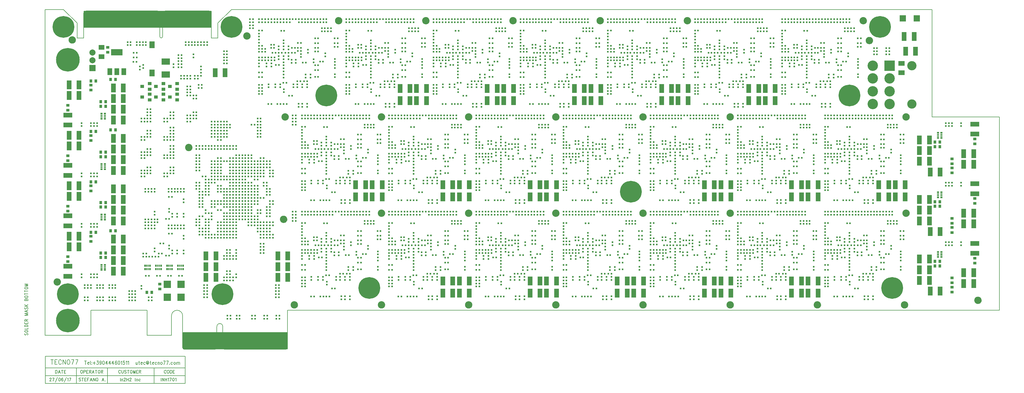
<source format=gbr>
%FSLAX35Y35*%
%MOIN*%
%SFA1.000B1.000*%

G04 Copyright (c) 2015-2018 in2H2 inc.
G04 System developed for in2H2 inc. by Intermotion Technology, Inc.
G04 
G04 Full system RTL, C sources and board design files available at https://github.com/nearist
G04 
G04 in2H2 inc. Team Members:
G04 - Chris McCormick - Algorithm Research and Design
G04 - Matt McCormick - Board Production, System Q/A
G04 
G04 Intermotion Technology Inc. Team Members:
G04 - Mick Fandrich - Project Lead
G04 - Dr. Ludovico Minati - Board Architecture and Design, FPGA Technology Advisor
G04 - Vardan Movsisyan - RTL Team Lead
G04 - Khachatur Gyozalyan - RTL Design
G04 - Tigran Papazyan - RTL Design
G04 - Taron Harutyunyan - RTL Design
G04 - Hayk Ghaltaghchyan - System Software
G04 
G04 Tecno77 S.r.l. Team Members:
G04 - Stefano Aldrigo, Board Layout Design
G04 
G04 We dedicate this project to the memory of Bruce McCormick, an AI pioneer
G04 and advocate, a good friend and father.
G04 
G04 These materials are provided free of charge: you can redistribute them and/or modify  
G04 them under the terms of the GNU General Public License as published by  
G04 the Free Software Foundation, version 3.
G04 
G04 These materials are distributed in the hope that they will be useful, but 
G04 WITHOUT ANY WARRANTY; without even the implied warranty of 
G04 MERCHANTABILITY or FITNESS FOR A PARTICULAR PURPOSE. See the GNU 
G04 General Public License for more details.
G04 In particular, this design should be treated as UNVERIFIED and UNCERTIFIED
G04 
G04 You should have received a copy of the GNU General Public License 
G04 along with this design. If not, see <http://www.gnu.org/licenses/>.

%FSLAX35Y35*%
%MOIN*%
%SFA1.000B1.000*%

%MIA0B0*%
%IPPOS*%
%ADD11C,0.00800*%
%ADD26C,0.01000*%
%ADD57R,0.02400X0.17500*%
%ADD77C,0.00700*%
%ADD118R,0.02369X0.02369*%
%ADD122R,0.03400X0.04400*%
%ADD125C,0.11900*%
%ADD128R,0.02400X0.02400*%
%ADD130R,0.04731X0.04337*%
%ADD132R,0.04400X0.03400*%
%ADD138R,0.01581X0.03156*%
%ADD158R,0.02172X0.03156*%
%ADD162C,0.04400*%
%ADD163C,0.27959*%
%ADD165R,0.01581X0.15754*%
%ADD168C,0.30400*%
%ADD169R,0.05900X0.11500*%
%ADD170R,0.11500X0.05900*%
%ADD171R,0.09400X0.09400*%
%ADD172R,0.07500X0.05900*%
%ADD173R,0.13400X0.13400*%
%ADD174C,0.13400*%
%ADD175R,0.07900X0.07900*%
%ADD176C,0.07900*%
%ADD177R,0.05900X0.08900*%
%ADD178R,0.14800X0.08400*%
%ADD179R,0.03156X0.02172*%
%ADD180R,0.03156X0.01581*%
%ADD181R,0.06699X0.08983*%
%ADD182R,0.10636X0.07880*%
%ADD184R,0.08400X0.08400*%
%ADD186R,0.07900X0.06400*%
%LNsoldermaskbtm-v*%
%LPD*%
G54D57*X308661Y523074D03*X304724D03*X300787D03*X296850D03*X292913D03*X288976D03*X285039D03*X281102D03*X277165D03*X273228D03*X269291D03*X265354D03*X261417D03*X257480D03*X253543D03*X245669D03*X241732D03*X237795D03*X233858D03*X229921D03*X225984D03*X222047D03*X218110D03*X214173D03*X210236D03*X206299D03*X202362D03*X198425D03*X194488D03*X190551D03*X186614D03*X182677D03*X178740D03*X174803D03*X170866D03*X166929D03*X162992D03*X159055D03*X155118D03*G54D118*X417717Y488189D03*X421654D03*X379528Y521260D03*Y525197D03*X387402Y521260D03*Y525197D03*X430709Y521260D03*Y525197D03*X458268Y521260D03*Y525197D03*X462205Y521260D03*Y525197D03*X413386Y490157D03*Y486220D03*X417717Y481890D03*X421654D03*X395276Y475984D03*Y472047D03*X413386Y481890D03*X409449D03*X400787Y473622D03*Y477559D03*X407087Y490157D03*Y486220D03*Y473622D03*Y477559D03*X413386Y473622D03*Y477559D03*X396850Y481890D03*X392913D03*X454331Y521260D03*Y525197D03*X400787Y481890D03*X404724D03*X400787Y490157D03*Y486220D03*X447638Y500394D03*X451575D03*X447638Y494094D03*X451575D03*X476772Y500394D03*X472835D03*X476772Y494094D03*X472835D03*X476772Y489567D03*X472835D03*X428740Y445276D03*X424803D03*X425591Y488189D03*X429528D03*X407087Y465748D03*Y469685D03*Y461811D03*Y457874D03*Y450000D03*Y453937D03*X417323Y468898D03*Y472835D03*X431890Y469291D03*X435827D03*X445669Y473622D03*Y469685D03*X447638Y465748D03*X451575D03*X447638Y459449D03*X451575D03*Y450787D03*X447638D03*X391339Y464173D03*Y468110D03*X410630Y443307D03*X406693D03*X387795Y437402D03*Y441339D03*X396457D03*Y437402D03*X402756Y441339D03*Y437402D03*X431102Y441339D03*Y437402D03*X437402Y441339D03*Y437402D03*X473228Y450394D03*Y454331D03*X387402Y415748D03*X391339D03*X426378Y412205D03*Y416142D03*X431102Y412205D03*Y416142D03*X419685Y437402D03*Y441339D03*X437402Y412205D03*Y416142D03*X411024Y415748D03*X407087D03*X399213Y521260D03*Y525197D03*X407087Y521260D03*Y525197D03*X442520Y521260D03*Y525197D03*X456299Y509449D03*Y513386D03*X468110Y509449D03*Y513386D03*X429528Y476378D03*Y480315D03*X401181Y466142D03*X397244D03*X457874Y470472D03*X453937D03*X379528Y456693D03*X375591D03*X379528Y450394D03*X375591D03*X451575Y488189D03*X447638D03*X379528Y440551D03*X375591D03*X379528Y428740D03*X375591D03*X407480Y431102D03*Y435039D03*X399213Y415748D03*X403150D03*X473228Y462205D03*Y466142D03*X379528Y432677D03*X375591D03*X395276Y521260D03*Y525197D03*X403150Y521260D03*Y525197D03*X473228Y474016D03*Y470079D03*X411024Y521260D03*Y525197D03*X438583Y521260D03*Y525197D03*X464173Y509449D03*Y513386D03*X446457Y521260D03*Y525197D03*X379528Y436614D03*X375591D03*X450394Y521260D03*Y525197D03*X460236Y509449D03*Y513386D03*X375591Y490945D03*X379528D03*X407087Y498031D03*Y494094D03*X375591Y483071D03*Y487008D03*X379528Y483071D03*Y487008D03*X383465Y483071D03*Y487008D03*X385039Y468110D03*Y464173D03*X375591Y472047D03*Y475984D03*X379528Y472047D03*Y475984D03*X383465Y472047D03*Y475984D03*X375591Y468110D03*Y464173D03*X422835Y468898D03*Y472835D03*X387402Y472047D03*Y475984D03*X407874Y510236D03*X403937D03*X394882Y488189D03*X390945D03*X425591Y494488D03*X429528D03*X394882Y492126D03*X390945D03*X391339Y472047D03*Y475984D03*Y521260D03*Y525197D03*X434646Y521260D03*Y525197D03*X375591Y521260D03*Y525197D03*X383465Y521260D03*Y525197D03*X426772Y521260D03*Y525197D03*X375591Y494882D03*Y498819D03*X414961Y521260D03*Y525197D03*X418898D03*X422835D03*X375591Y510630D03*X379528D03*X375591Y506693D03*Y502756D03*X441732Y450000D03*Y453937D03*X429528Y484252D03*X425591D03*X438583Y485827D03*Y481890D03*X433465Y445276D03*X437402D03*X424803Y441339D03*Y437402D03*X447638Y483465D03*X451575D03*X435433Y453937D03*Y450000D03*X418110Y426378D03*X414173D03*X460630Y481102D03*Y477165D03*X472835Y364173D03*X476772D03*X434646Y397244D03*Y401181D03*X442520Y397244D03*Y401181D03*X485827Y397244D03*Y401181D03*X513386Y397244D03*Y401181D03*X517323Y397244D03*Y401181D03*X468504Y366142D03*Y362205D03*X472835Y357874D03*X476772D03*X450394Y351969D03*Y348031D03*X468504Y357874D03*X464567D03*X455906Y349606D03*Y353543D03*X462205Y366142D03*Y362205D03*Y349606D03*Y353543D03*X468504Y349606D03*Y353543D03*X451969Y357874D03*X448031D03*X509449Y397244D03*Y401181D03*X455906Y357874D03*X459843D03*X455906Y366142D03*Y362205D03*X502756Y376378D03*X506693D03*X502756Y370079D03*X506693D03*X531890Y376378D03*X527953D03*X531890Y370079D03*X527953D03*X531890Y365551D03*X527953D03*X483858Y321260D03*X479921D03*X480709Y364173D03*X484646D03*X462205Y341732D03*Y345669D03*Y337795D03*Y333858D03*Y325984D03*Y329921D03*X472441Y344882D03*Y348819D03*X487008Y345276D03*X490945D03*X500787Y349606D03*Y345669D03*X502756Y341732D03*X506693D03*X502756Y335433D03*X506693D03*Y326772D03*X502756D03*X446457Y340157D03*Y344094D03*X465748Y319291D03*X461811D03*X442913Y313386D03*Y317323D03*X451575D03*Y313386D03*X457874Y317323D03*Y313386D03*X486220Y317323D03*Y313386D03*X492520Y317323D03*Y313386D03*X528346Y326378D03*Y330315D03*X442520Y291732D03*X446457D03*X481496Y288189D03*Y292126D03*X486220Y288189D03*Y292126D03*X474803Y313386D03*Y317323D03*X492520Y288189D03*Y292126D03*X466142Y291732D03*X462205D03*X454331Y397244D03*Y401181D03*X462205Y397244D03*Y401181D03*X497638Y397244D03*Y401181D03*X511417Y385433D03*Y389370D03*X523228Y385433D03*Y389370D03*X484646Y352362D03*Y356299D03*X456299Y342126D03*X452362D03*X512992Y346457D03*X509055D03*X434646Y332677D03*X430709D03*X434646Y326378D03*X430709D03*X506693Y364173D03*X502756D03*X434646Y316535D03*X430709D03*X434646Y304724D03*X430709D03*X462598Y307087D03*Y311024D03*X454331Y291732D03*X458268D03*X528346Y338189D03*Y342126D03*X434646Y308661D03*X430709D03*X450394Y397244D03*Y401181D03*X458268Y397244D03*Y401181D03*X528346Y350000D03*Y346063D03*X466142Y397244D03*Y401181D03*X493701Y397244D03*Y401181D03*X519291Y385433D03*Y389370D03*X501575Y397244D03*Y401181D03*X434646Y312598D03*X430709D03*X505512Y397244D03*Y401181D03*X515354Y385433D03*Y389370D03*X430709Y366929D03*X434646D03*X462205Y374016D03*Y370079D03*X430709Y359055D03*Y362992D03*X434646Y359055D03*Y362992D03*X438583Y359055D03*Y362992D03*X440157Y344094D03*Y340157D03*X430709Y348031D03*Y351969D03*X434646Y348031D03*Y351969D03*X438583Y348031D03*Y351969D03*X430709Y344094D03*Y340157D03*X477953Y344882D03*Y348819D03*X442520Y348031D03*Y351969D03*X462992Y386220D03*X459055D03*X450000Y364173D03*X446063D03*X480709Y370472D03*X484646D03*X450000Y368110D03*X446063D03*X446457Y348031D03*Y351969D03*Y397244D03*Y401181D03*X489764Y397244D03*Y401181D03*X430709Y397244D03*Y401181D03*X438583Y397244D03*Y401181D03*X481890Y397244D03*Y401181D03*X430709Y370866D03*Y374803D03*X470079Y397244D03*Y401181D03*X474016D03*X477953D03*X430709Y386614D03*X434646D03*X430709Y382677D03*Y378740D03*X496850Y325984D03*Y329921D03*X484646Y360236D03*X480709D03*X493701Y361811D03*Y357874D03*X488583Y321260D03*X492520D03*X479921Y317323D03*Y313386D03*X502756Y359449D03*X506693D03*X490551Y329921D03*Y325984D03*X473228Y302362D03*X469291D03*X515748Y357087D03*Y353150D03*X472835Y240157D03*X476772D03*X434646Y273228D03*Y277165D03*X442520Y273228D03*Y277165D03*X485827Y273228D03*Y277165D03*X513386Y273228D03*Y277165D03*X517323Y273228D03*Y277165D03*X468504Y242126D03*Y238189D03*X472835Y233858D03*X476772D03*X450394Y227953D03*Y224016D03*X468504Y233858D03*X464567D03*X455906Y225591D03*Y229528D03*X462205Y242126D03*Y238189D03*Y225591D03*Y229528D03*X468504Y225591D03*Y229528D03*X451969Y233858D03*X448031D03*X509449Y273228D03*Y277165D03*X455906Y233858D03*X459843D03*X455906Y242126D03*Y238189D03*X502756Y252362D03*X506693D03*X502756Y246063D03*X506693D03*X531890Y252362D03*X527953D03*X531890Y246063D03*X527953D03*X531890Y241535D03*X527953D03*X483858Y197244D03*X479921D03*X480709Y240157D03*X484646D03*X462205Y217717D03*Y221654D03*Y213780D03*Y209843D03*Y201969D03*Y205906D03*X472441Y220866D03*Y224803D03*X487008Y221260D03*X490945D03*X500787Y225591D03*Y221654D03*X502756Y217717D03*X506693D03*X502756Y211417D03*X506693D03*Y202756D03*X502756D03*X446457Y216142D03*Y220079D03*X465748Y195276D03*X461811D03*X442913Y189370D03*Y193307D03*X451575D03*Y189370D03*X457874Y193307D03*Y189370D03*X486220Y193307D03*Y189370D03*X492520Y193307D03*Y189370D03*X528346Y202362D03*Y206299D03*X442520Y167717D03*X446457D03*X481496Y164173D03*Y168110D03*X486220Y164173D03*Y168110D03*X474803Y189370D03*Y193307D03*X492520Y164173D03*Y168110D03*X466142Y167717D03*X462205D03*X454331Y273228D03*Y277165D03*X462205Y273228D03*Y277165D03*X497638Y273228D03*Y277165D03*X511417Y261417D03*Y265354D03*X523228Y261417D03*Y265354D03*X484646Y228346D03*Y232283D03*X456299Y218110D03*X452362D03*X512992Y222441D03*X509055D03*X434646Y208661D03*X430709D03*X434646Y202362D03*X430709D03*X506693Y240157D03*X502756D03*X434646Y192520D03*X430709D03*X434646Y180709D03*X430709D03*X462598Y183071D03*Y187008D03*X454331Y167717D03*X458268D03*X528346Y214173D03*Y218110D03*X434646Y184646D03*X430709D03*X450394Y273228D03*Y277165D03*X458268Y273228D03*Y277165D03*X528346Y225984D03*Y222047D03*X466142Y273228D03*Y277165D03*X493701Y273228D03*Y277165D03*X519291Y261417D03*Y265354D03*X501575Y273228D03*Y277165D03*X434646Y188583D03*X430709D03*X505512Y273228D03*Y277165D03*X515354Y261417D03*Y265354D03*X430709Y242913D03*X434646D03*X462205Y250000D03*Y246063D03*X430709Y235039D03*Y238976D03*X434646Y235039D03*Y238976D03*X438583Y235039D03*Y238976D03*X440157Y220079D03*Y216142D03*X430709Y224016D03*Y227953D03*X434646Y224016D03*Y227953D03*X438583Y224016D03*Y227953D03*X430709Y220079D03*Y216142D03*X477953Y220866D03*Y224803D03*X442520Y224016D03*Y227953D03*X462992Y262205D03*X459055D03*X450000Y240157D03*X446063D03*X480709Y246457D03*X484646D03*X450000Y244094D03*X446063D03*X446457Y224016D03*Y227953D03*Y273228D03*Y277165D03*X489764Y273228D03*Y277165D03*X430709Y273228D03*Y277165D03*X438583Y273228D03*Y277165D03*X481890Y273228D03*Y277165D03*X430709Y246850D03*Y250787D03*X470079Y273228D03*Y277165D03*X474016D03*X477953D03*X430709Y262598D03*X434646D03*X430709Y258661D03*Y254724D03*X496850Y201969D03*Y205906D03*X484646Y236220D03*X480709D03*X493701Y237795D03*Y233858D03*X488583Y197244D03*X492520D03*X479921Y193307D03*Y189370D03*X502756Y235433D03*X506693D03*X490551Y205906D03*Y201969D03*X473228Y178346D03*X469291D03*X515748Y233071D03*Y229134D03*X491732Y521260D03*Y525197D03*X499606Y521260D03*Y525197D03*X542913Y521260D03*Y525197D03*X570472Y521260D03*Y525197D03*X574409Y521260D03*Y525197D03*X566535Y521260D03*Y525197D03*X511417Y521260D03*Y525197D03*X519291Y521260D03*Y525197D03*X554724Y521260D03*Y525197D03*X507480Y521260D03*Y525197D03*X515354Y521260D03*Y525197D03*X523228Y521260D03*Y525197D03*X550787Y521260D03*Y525197D03*X558661Y521260D03*Y525197D03*X562598Y521260D03*Y525197D03*X520079Y510236D03*X516142D03*X503543Y521260D03*Y525197D03*X546850Y521260D03*Y525197D03*X487795Y521260D03*Y525197D03*X495669Y521260D03*Y525197D03*X538976Y521260D03*Y525197D03*X487795Y494882D03*Y498819D03*X527165Y521260D03*Y525197D03*X531102D03*X535039D03*X487795Y510630D03*X491732D03*X487795Y506693D03*Y502756D03*X546850Y397244D03*Y401181D03*X554724Y397244D03*Y401181D03*X598031Y397244D03*Y401181D03*X625591Y397244D03*Y401181D03*X799606Y386220D03*X795669D03*X629528Y397244D03*Y401181D03*X621654Y397244D03*Y401181D03*X566535Y397244D03*Y401181D03*X574409Y397244D03*Y401181D03*X609843Y397244D03*Y401181D03*X562598Y397244D03*Y401181D03*X570472Y397244D03*Y401181D03*X578346Y397244D03*Y401181D03*X605906Y397244D03*Y401181D03*X613780Y397244D03*Y401181D03*X617717Y397244D03*Y401181D03*X575197Y386220D03*X571260D03*X558661Y397244D03*Y401181D03*X601969Y397244D03*Y401181D03*X542913Y397244D03*Y401181D03*X550787Y397244D03*Y401181D03*X594094Y397244D03*Y401181D03*X542913Y370866D03*Y374803D03*X582283Y397244D03*Y401181D03*X586220D03*X590157D03*X542913Y386614D03*X546850D03*X542913Y382677D03*Y378740D03*X546850Y273228D03*Y277165D03*X554724Y273228D03*Y277165D03*X598031Y273228D03*Y277165D03*X625591Y273228D03*Y277165D03*X629528Y273228D03*Y277165D03*X621654Y273228D03*Y277165D03*X566535Y273228D03*Y277165D03*X574409Y273228D03*Y277165D03*X609843Y273228D03*Y277165D03*X562598Y273228D03*Y277165D03*X570472Y273228D03*Y277165D03*X578346Y273228D03*Y277165D03*X605906Y273228D03*Y277165D03*X613780Y273228D03*Y277165D03*X617717Y273228D03*Y277165D03*X575197Y262205D03*X571260D03*X558661Y273228D03*Y277165D03*X601969Y273228D03*Y277165D03*X542913Y273228D03*Y277165D03*X550787Y273228D03*Y277165D03*X594094Y273228D03*Y277165D03*X542913Y246850D03*Y250787D03*X582283Y273228D03*Y277165D03*X586220D03*X590157D03*X542913Y262598D03*X546850D03*X542913Y258661D03*Y254724D03*X603937Y521260D03*Y525197D03*X611811Y521260D03*Y525197D03*X655118Y521260D03*Y525197D03*X682677Y521260D03*Y525197D03*X686614Y521260D03*Y525197D03*X678740Y521260D03*Y525197D03*X623622Y521260D03*Y525197D03*X631496Y521260D03*Y525197D03*X666929Y521260D03*Y525197D03*X619685Y521260D03*Y525197D03*X627559Y521260D03*Y525197D03*X635433Y521260D03*Y525197D03*X662992Y521260D03*Y525197D03*X670866Y521260D03*Y525197D03*X674803Y521260D03*Y525197D03*X632283Y510236D03*X628346D03*X615748Y521260D03*Y525197D03*X659055Y521260D03*Y525197D03*X600000Y521260D03*Y525197D03*X607874Y521260D03*Y525197D03*X651181Y521260D03*Y525197D03*X600000Y494882D03*Y498819D03*X639370Y521260D03*Y525197D03*X643307D03*X647244D03*X600000Y510630D03*X603937D03*X600000Y506693D03*Y502756D03*X659055Y397244D03*Y401181D03*X666929Y397244D03*Y401181D03*X710236Y397244D03*Y401181D03*X737795Y397244D03*Y401181D03*X741732Y397244D03*Y401181D03*X733858Y397244D03*Y401181D03*X678740Y397244D03*Y401181D03*X686614Y397244D03*Y401181D03*X722047Y397244D03*Y401181D03*X674803Y397244D03*Y401181D03*X682677Y397244D03*Y401181D03*X690551Y397244D03*Y401181D03*X718110Y397244D03*Y401181D03*X725984Y397244D03*Y401181D03*X729921Y397244D03*Y401181D03*X687402Y386220D03*X683465D03*X670866Y397244D03*Y401181D03*X714173Y397244D03*Y401181D03*X655118Y397244D03*Y401181D03*X662992Y397244D03*Y401181D03*X706299Y397244D03*Y401181D03*X655118Y370866D03*Y374803D03*X694488Y397244D03*Y401181D03*X698425D03*X702362D03*X655118Y386614D03*X659055D03*X655118Y382677D03*Y378740D03*X659055Y273228D03*Y277165D03*X666929Y273228D03*Y277165D03*X710236Y273228D03*Y277165D03*X737795Y273228D03*Y277165D03*X911811Y262205D03*X907874D03*X741732Y273228D03*Y277165D03*X733858Y273228D03*Y277165D03*X678740Y273228D03*Y277165D03*X686614Y273228D03*Y277165D03*X722047Y273228D03*Y277165D03*X674803Y273228D03*Y277165D03*X682677Y273228D03*Y277165D03*X690551Y273228D03*Y277165D03*X718110Y273228D03*Y277165D03*X725984Y273228D03*Y277165D03*X729921Y273228D03*Y277165D03*X687402Y262205D03*X683465D03*X670866Y273228D03*Y277165D03*X714173Y273228D03*Y277165D03*X655118Y273228D03*Y277165D03*X662992Y273228D03*Y277165D03*X706299Y273228D03*Y277165D03*X655118Y246850D03*Y250787D03*X694488Y273228D03*Y277165D03*X698425D03*X702362D03*X655118Y262598D03*X659055D03*X655118Y258661D03*Y254724D03*X716142Y521260D03*Y525197D03*X724016Y521260D03*Y525197D03*X767323Y521260D03*Y525197D03*X794882Y521260D03*Y525197D03*X798819Y521260D03*Y525197D03*X790945Y521260D03*Y525197D03*X735827Y521260D03*Y525197D03*X743701Y521260D03*Y525197D03*X779134Y521260D03*Y525197D03*X731890Y521260D03*Y525197D03*X739764Y521260D03*Y525197D03*X747638Y521260D03*Y525197D03*X775197Y521260D03*Y525197D03*X783071Y521260D03*Y525197D03*X787008Y521260D03*Y525197D03*X743701Y498031D03*Y494094D03*X727953Y521260D03*Y525197D03*X771260Y521260D03*Y525197D03*X712205Y521260D03*Y525197D03*X720079Y521260D03*Y525197D03*X763386Y521260D03*Y525197D03*X712205Y494882D03*Y498819D03*X751575Y521260D03*Y525197D03*X755512D03*X759449D03*X712205Y510630D03*X716142D03*X712205Y506693D03*Y502756D03*X771260Y397244D03*Y401181D03*X779134Y397244D03*Y401181D03*X822441Y397244D03*Y401181D03*X850000Y397244D03*Y401181D03*X853937Y397244D03*Y401181D03*X846063Y397244D03*Y401181D03*X790945Y397244D03*Y401181D03*X798819Y397244D03*Y401181D03*X834252Y397244D03*Y401181D03*X787008Y397244D03*Y401181D03*X794882Y397244D03*Y401181D03*X802756Y397244D03*Y401181D03*X830315Y397244D03*Y401181D03*X838189Y397244D03*Y401181D03*X842126Y397244D03*Y401181D03*X783071Y397244D03*Y401181D03*X826378Y397244D03*Y401181D03*X767323Y397244D03*Y401181D03*X775197Y397244D03*Y401181D03*X818504Y397244D03*Y401181D03*X767323Y370866D03*Y374803D03*X806693Y397244D03*Y401181D03*X810630D03*X814567D03*X767323Y386614D03*X771260D03*X767323Y382677D03*Y378740D03*X771260Y273228D03*Y277165D03*X779134Y273228D03*Y277165D03*X822441Y273228D03*Y277165D03*X850000Y273228D03*Y277165D03*X853937Y273228D03*Y277165D03*X846063Y273228D03*Y277165D03*X790945Y273228D03*Y277165D03*X798819Y273228D03*Y277165D03*X834252Y273228D03*Y277165D03*X787008Y273228D03*Y277165D03*X794882Y273228D03*Y277165D03*X802756Y273228D03*Y277165D03*X830315Y273228D03*Y277165D03*X838189Y273228D03*Y277165D03*X842126Y273228D03*Y277165D03*X799606Y262205D03*X795669D03*X783071Y273228D03*Y277165D03*X826378Y273228D03*Y277165D03*X767323Y273228D03*Y277165D03*X775197Y273228D03*Y277165D03*X818504Y273228D03*Y277165D03*X767323Y246850D03*Y250787D03*X806693Y273228D03*Y277165D03*X810630D03*X814567D03*X767323Y262598D03*X771260D03*X767323Y258661D03*Y254724D03*X828346Y521260D03*Y525197D03*X836220Y521260D03*Y525197D03*X879528Y521260D03*Y525197D03*X907087Y521260D03*Y525197D03*X911024Y521260D03*Y525197D03*X903150Y521260D03*Y525197D03*X848031Y521260D03*Y525197D03*X855906Y521260D03*Y525197D03*X891339Y521260D03*Y525197D03*X844094Y521260D03*Y525197D03*X851969Y521260D03*Y525197D03*X859843Y521260D03*Y525197D03*X887402Y521260D03*Y525197D03*X895276Y521260D03*Y525197D03*X899213Y521260D03*Y525197D03*X856693Y510236D03*X852756D03*X840157Y521260D03*Y525197D03*X883465Y521260D03*Y525197D03*X824409Y521260D03*Y525197D03*X832283Y521260D03*Y525197D03*X875591Y521260D03*Y525197D03*X824409Y494882D03*Y498819D03*X863780Y521260D03*Y525197D03*X867717D03*X871654D03*X824409Y510630D03*X828346D03*X824409Y506693D03*Y502756D03*X883465Y397244D03*Y401181D03*X891339Y397244D03*Y401181D03*X934646Y397244D03*Y401181D03*X962205Y397244D03*Y401181D03*X966142Y397244D03*Y401181D03*X958268Y397244D03*Y401181D03*X903150Y397244D03*Y401181D03*X911024Y397244D03*Y401181D03*X946457Y397244D03*Y401181D03*X899213Y397244D03*Y401181D03*X907087Y397244D03*Y401181D03*X914961Y397244D03*Y401181D03*X942520Y397244D03*Y401181D03*X950394Y397244D03*Y401181D03*X954331Y397244D03*Y401181D03*X911811Y386220D03*X907874D03*X895276Y397244D03*Y401181D03*X938583Y397244D03*Y401181D03*X879528Y397244D03*Y401181D03*X887402Y397244D03*Y401181D03*X930709Y397244D03*Y401181D03*X879528Y370866D03*Y374803D03*X918898Y397244D03*Y401181D03*X922835D03*X926772D03*X879528Y386614D03*X883465D03*X879528Y382677D03*Y378740D03*X883465Y273228D03*Y277165D03*X891339Y273228D03*Y277165D03*X934646Y273228D03*Y277165D03*X962205Y273228D03*Y277165D03*X966142Y273228D03*Y277165D03*X958268Y273228D03*Y277165D03*X903150Y273228D03*Y277165D03*X911024Y273228D03*Y277165D03*X946457Y273228D03*Y277165D03*X899213Y273228D03*Y277165D03*X907087Y273228D03*Y277165D03*X914961Y273228D03*Y277165D03*X942520Y273228D03*Y277165D03*X950394Y273228D03*Y277165D03*X954331Y273228D03*Y277165D03*X895276Y273228D03*Y277165D03*X938583Y273228D03*Y277165D03*X879528Y273228D03*Y277165D03*X887402Y273228D03*Y277165D03*X930709Y273228D03*Y277165D03*X879528Y246850D03*Y250787D03*X918898Y273228D03*Y277165D03*X922835D03*X926772D03*X879528Y262598D03*X883465D03*X879528Y258661D03*Y254724D03*X940551Y521260D03*Y525197D03*X948425Y521260D03*Y525197D03*X991732Y521260D03*Y525197D03*X1019291Y521260D03*Y525197D03*X1023228Y521260D03*Y525197D03*X1015354Y521260D03*Y525197D03*X960236Y521260D03*Y525197D03*X968110Y521260D03*Y525197D03*X1003543Y521260D03*Y525197D03*X956299Y521260D03*Y525197D03*X964173Y521260D03*Y525197D03*X972047Y521260D03*Y525197D03*X999606Y521260D03*Y525197D03*X1007480Y521260D03*Y525197D03*X1011417Y521260D03*Y525197D03*X968898Y510236D03*X964961D03*X952362Y521260D03*Y525197D03*X995669Y521260D03*Y525197D03*X936614Y521260D03*Y525197D03*X944488Y521260D03*Y525197D03*X987795Y521260D03*Y525197D03*X936614Y494882D03*Y498819D03*X975984Y521260D03*Y525197D03*X979921D03*X983858D03*X936614Y510630D03*X940551D03*X936614Y506693D03*Y502756D03*X995669Y397244D03*Y401181D03*X1003543Y397244D03*Y401181D03*X1046850Y397244D03*Y401181D03*X1074409Y397244D03*Y401181D03*X1078346Y397244D03*Y401181D03*X1070472Y397244D03*Y401181D03*X1015354Y397244D03*Y401181D03*X1023228Y397244D03*Y401181D03*X1058661Y397244D03*Y401181D03*X1011417Y397244D03*Y401181D03*X1019291Y397244D03*Y401181D03*X1027165Y397244D03*Y401181D03*X1054724Y397244D03*Y401181D03*X1062598Y397244D03*Y401181D03*X1066535Y397244D03*Y401181D03*X1024016Y386220D03*X1020079D03*X1007480Y397244D03*Y401181D03*X1050787Y397244D03*Y401181D03*X991732Y397244D03*Y401181D03*X999606Y397244D03*Y401181D03*X1042913Y397244D03*Y401181D03*X991732Y370866D03*Y374803D03*X1031102Y397244D03*Y401181D03*X1035039D03*X1038976D03*X991732Y386614D03*X995669D03*X991732Y382677D03*Y378740D03*X995669Y273228D03*Y277165D03*X1003543Y273228D03*Y277165D03*X1046850Y273228D03*Y277165D03*X1074409Y273228D03*Y277165D03*X1078346Y273228D03*Y277165D03*X1070472Y273228D03*Y277165D03*X1015354Y273228D03*Y277165D03*X1023228Y273228D03*Y277165D03*X1058661Y273228D03*Y277165D03*X1011417Y273228D03*Y277165D03*X1019291Y273228D03*Y277165D03*X1027165Y273228D03*Y277165D03*X1054724Y273228D03*Y277165D03*X1062598Y273228D03*Y277165D03*X1066535Y273228D03*Y277165D03*X1024016Y262205D03*X1020079D03*X1007480Y273228D03*Y277165D03*X1050787Y273228D03*Y277165D03*X991732Y273228D03*Y277165D03*X999606Y273228D03*Y277165D03*X1042913Y273228D03*Y277165D03*X991732Y246850D03*Y250787D03*X1031102Y273228D03*Y277165D03*X1035039D03*X1038976D03*X991732Y262598D03*X995669D03*X991732Y258661D03*Y254724D03*X1090945Y488189D03*X1094882D03*X1052756Y521260D03*Y525197D03*X1060630Y521260D03*Y525197D03*X1103937Y521260D03*Y525197D03*X1131496Y521260D03*Y525197D03*X1135433Y521260D03*Y525197D03*X1086614Y490157D03*Y486220D03*X1090945Y481890D03*X1094882D03*X1068504Y475984D03*Y472047D03*X1086614Y481890D03*X1082677D03*X1074016Y473622D03*Y477559D03*X1080315Y490157D03*Y486220D03*Y473622D03*Y477559D03*X1086614Y473622D03*Y477559D03*X1070079Y481890D03*X1066142D03*X1127559Y521260D03*Y525197D03*X1074016Y481890D03*X1077953D03*X1074016Y490157D03*Y486220D03*X1120866Y500394D03*X1124803D03*X1120866Y494094D03*X1124803D03*X1150000Y500394D03*X1146063D03*X1150000Y494094D03*X1146063D03*X1150000Y489567D03*X1146063D03*X1101969Y445276D03*X1098031D03*X1098819Y488189D03*X1102756D03*X1080315Y465748D03*Y469685D03*Y461811D03*Y457874D03*Y450000D03*Y453937D03*X1090551Y468898D03*Y472835D03*X1105118Y469291D03*X1109055D03*X1118898Y473622D03*Y469685D03*X1120866Y465748D03*X1124803D03*X1120866Y459449D03*X1124803D03*Y450787D03*X1120866D03*X1064567Y464173D03*Y468110D03*X1083858Y443307D03*X1079921D03*X1061024Y437402D03*Y441339D03*X1069685D03*Y437402D03*X1075984Y441339D03*Y437402D03*X1104331Y441339D03*Y437402D03*X1110630Y441339D03*Y437402D03*X1146457Y450394D03*Y454331D03*X1060630Y415748D03*X1064567D03*X1099606Y412205D03*Y416142D03*X1104331Y412205D03*Y416142D03*X1092913Y437402D03*Y441339D03*X1110630Y412205D03*Y416142D03*X1084252Y415748D03*X1080315D03*X1072441Y521260D03*Y525197D03*X1080315Y521260D03*Y525197D03*X1115748Y521260D03*Y525197D03*X1129528Y509449D03*Y513386D03*X1141339Y509449D03*Y513386D03*X1102756Y476378D03*Y480315D03*X1074409Y466142D03*X1070472D03*X1131102Y470472D03*X1127165D03*X1052756Y456693D03*X1048819D03*X1052756Y450394D03*X1048819D03*X1124803Y488189D03*X1120866D03*X1052756Y440551D03*X1048819D03*X1052756Y428740D03*X1048819D03*X1080709Y431102D03*Y435039D03*X1072441Y415748D03*X1076378D03*X1146457Y462205D03*Y466142D03*X1052756Y432677D03*X1048819D03*X1068504Y521260D03*Y525197D03*X1076378Y521260D03*Y525197D03*X1146457Y474016D03*Y470079D03*X1084252Y521260D03*Y525197D03*X1111811Y521260D03*Y525197D03*X1137402Y509449D03*Y513386D03*X1119685Y521260D03*Y525197D03*X1052756Y436614D03*X1048819D03*X1123622Y521260D03*Y525197D03*X1133465Y509449D03*Y513386D03*X1048819Y490945D03*X1052756D03*X1080315Y498031D03*Y494094D03*X1048819Y483071D03*Y487008D03*X1052756Y483071D03*Y487008D03*X1056693Y483071D03*Y487008D03*X1058268Y468110D03*Y464173D03*X1048819Y472047D03*Y475984D03*X1052756Y472047D03*Y475984D03*X1056693Y472047D03*Y475984D03*X1048819Y468110D03*Y464173D03*X1096063Y468898D03*Y472835D03*X1060630Y472047D03*Y475984D03*X1081102Y510236D03*X1077165D03*X1068110Y488189D03*X1064173D03*X1098819Y494488D03*X1102756D03*X1068110Y492126D03*X1064173D03*X1064567Y472047D03*Y475984D03*Y521260D03*Y525197D03*X1107874Y521260D03*Y525197D03*X1048819Y521260D03*Y525197D03*X1056693Y521260D03*Y525197D03*X1048819Y494882D03*Y498819D03*X1088189Y521260D03*Y525197D03*X1092126Y521260D03*X1096063D03*X1092126Y525197D03*X1096063D03*X1048819Y510630D03*X1052756D03*X1048819Y506693D03*Y502756D03*X1114961Y450000D03*Y453937D03*X1102756Y484252D03*X1098819D03*X1111811Y485827D03*Y481890D03*X1106693Y445276D03*X1110630D03*X1098031Y441339D03*Y437402D03*X1120866Y483465D03*X1124803D03*X1108661Y453937D03*Y450000D03*X1091339Y426378D03*X1087402D03*X1133858Y481102D03*Y477165D03*X1146063Y364173D03*X1150000D03*X1107874Y397244D03*Y401181D03*X1115748Y397244D03*Y401181D03*X1159055Y397244D03*Y401181D03*X1186614Y397244D03*Y401181D03*X1190551Y397244D03*Y401181D03*X1141732Y366142D03*Y362205D03*X1146063Y357874D03*X1150000D03*X1123622Y351969D03*Y348031D03*X1141732Y357874D03*X1137795D03*X1129134Y349606D03*Y353543D03*X1135433Y366142D03*Y362205D03*Y349606D03*Y353543D03*X1141732Y349606D03*Y353543D03*X1125197Y357874D03*X1121260D03*X1182677Y397244D03*Y401181D03*X1129134Y357874D03*X1133071D03*X1129134Y366142D03*Y362205D03*X1175984Y376378D03*X1179921D03*X1175984Y370079D03*X1179921D03*X1205118Y376378D03*X1201181D03*X1205118Y370079D03*X1201181D03*X1205118Y365551D03*X1201181D03*X1157087Y321260D03*X1153150D03*X1153937Y364173D03*X1157874D03*X1135433Y341732D03*Y345669D03*Y337795D03*Y333858D03*Y325984D03*Y329921D03*X1145669Y344882D03*Y348819D03*X1160236Y345276D03*X1164173D03*X1174016Y349606D03*Y345669D03*X1175984Y341732D03*X1179921D03*X1175984Y335433D03*X1179921D03*Y326772D03*X1175984D03*X1119685Y340157D03*Y344094D03*X1138976Y319291D03*X1135039D03*X1116142Y313386D03*Y317323D03*X1124803D03*Y313386D03*X1131102Y317323D03*Y313386D03*X1159449Y317323D03*Y313386D03*X1165748Y317323D03*Y313386D03*X1201575Y326378D03*Y330315D03*X1115748Y291732D03*X1119685D03*X1154724Y288189D03*Y292126D03*X1159449Y288189D03*Y292126D03*X1148031Y313386D03*Y317323D03*X1165748Y288189D03*Y292126D03*X1139370Y291732D03*X1135433D03*X1127559Y397244D03*Y401181D03*X1135433Y397244D03*Y401181D03*X1170866Y397244D03*Y401181D03*X1184646Y385433D03*Y389370D03*X1196457Y385433D03*Y389370D03*X1157874Y352362D03*Y356299D03*X1129528Y342126D03*X1125591D03*X1186220Y346457D03*X1182283D03*X1107874Y332677D03*X1103937D03*X1107874Y326378D03*X1103937D03*X1179921Y364173D03*X1175984D03*X1107874Y316535D03*X1103937D03*X1107874Y304724D03*X1103937D03*X1135827Y307087D03*Y311024D03*X1127559Y291732D03*X1131496D03*X1201575Y338189D03*Y342126D03*X1107874Y308661D03*X1103937D03*X1123622Y397244D03*Y401181D03*X1131496Y397244D03*Y401181D03*X1201575Y350000D03*Y346063D03*X1139370Y397244D03*Y401181D03*X1166929Y397244D03*Y401181D03*X1192520Y385433D03*Y389370D03*X1174803Y397244D03*Y401181D03*X1107874Y312598D03*X1103937D03*X1178740Y397244D03*Y401181D03*X1188583Y385433D03*Y389370D03*X1103937Y366929D03*X1107874D03*X1135433Y374016D03*Y370079D03*X1103937Y359055D03*Y362992D03*X1107874Y359055D03*Y362992D03*X1111811Y359055D03*Y362992D03*X1113386Y344094D03*Y340157D03*X1103937Y348031D03*Y351969D03*X1107874Y348031D03*Y351969D03*X1111811Y348031D03*Y351969D03*X1103937Y344094D03*Y340157D03*X1151181Y344882D03*Y348819D03*X1115748Y348031D03*Y351969D03*X1136220Y386220D03*X1132283D03*X1123228Y364173D03*X1119291D03*X1153937Y370472D03*X1157874D03*X1123228Y368110D03*X1119291D03*X1119685Y348031D03*Y351969D03*Y397244D03*Y401181D03*X1162992Y397244D03*Y401181D03*X1103937Y397244D03*Y401181D03*X1111811Y397244D03*Y401181D03*X1103937Y370866D03*Y374803D03*X1143307Y397244D03*Y401181D03*X1147244Y397244D03*X1151181D03*X1147244Y401181D03*X1151181D03*X1103937Y386614D03*X1107874D03*X1103937Y382677D03*Y378740D03*X1170079Y325984D03*Y329921D03*X1157874Y360236D03*X1153937D03*X1166929Y361811D03*Y357874D03*X1161811Y321260D03*X1165748D03*X1153150Y317323D03*Y313386D03*X1175984Y359449D03*X1179921D03*X1163780Y329921D03*Y325984D03*X1146457Y302362D03*X1142520D03*X1188976Y357087D03*Y353150D03*X1146063Y240157D03*X1150000D03*X1107874Y273228D03*Y277165D03*X1115748Y273228D03*Y277165D03*X1159055Y273228D03*Y277165D03*X1186614Y273228D03*Y277165D03*X1190551Y273228D03*Y277165D03*X1141732Y242126D03*Y238189D03*X1146063Y233858D03*X1150000D03*X1123622Y227953D03*Y224016D03*X1141732Y233858D03*X1137795D03*X1129134Y225591D03*Y229528D03*X1135433Y242126D03*Y238189D03*Y225591D03*Y229528D03*X1141732Y225591D03*Y229528D03*X1125197Y233858D03*X1121260D03*X1182677Y273228D03*Y277165D03*X1129134Y233858D03*X1133071D03*X1129134Y242126D03*Y238189D03*X1175984Y252362D03*X1179921D03*X1175984Y246063D03*X1179921D03*X1205118Y252362D03*X1201181D03*X1205118Y246063D03*X1201181D03*X1205118Y241535D03*X1201181D03*X1157087Y197244D03*X1153150D03*X1153937Y240157D03*X1157874D03*X1135433Y217717D03*Y221654D03*Y213780D03*Y209843D03*Y201969D03*Y205906D03*X1145669Y220866D03*Y224803D03*X1160236Y221260D03*X1164173D03*X1174016Y225591D03*Y221654D03*X1175984Y217717D03*X1179921D03*X1175984Y211417D03*X1179921D03*Y202756D03*X1175984D03*X1119685Y216142D03*Y220079D03*X1138976Y195276D03*X1135039D03*X1116142Y189370D03*Y193307D03*X1124803D03*Y189370D03*X1131102Y193307D03*Y189370D03*X1159449Y193307D03*Y189370D03*X1165748Y193307D03*Y189370D03*X1201575Y202362D03*Y206299D03*X1115748Y167717D03*X1119685D03*X1154724Y164173D03*Y168110D03*X1159449Y164173D03*Y168110D03*X1148031Y189370D03*Y193307D03*X1165748Y164173D03*Y168110D03*X1139370Y167717D03*X1135433D03*X1127559Y273228D03*Y277165D03*X1135433Y273228D03*Y277165D03*X1170866Y273228D03*Y277165D03*X1184646Y261417D03*Y265354D03*X1196457Y261417D03*Y265354D03*X1157874Y228346D03*Y232283D03*X1129528Y218110D03*X1125591D03*X1186220Y222441D03*X1182283D03*X1107874Y208661D03*X1103937D03*X1107874Y202362D03*X1103937D03*X1179921Y240157D03*X1175984D03*X1107874Y192520D03*X1103937D03*X1107874Y180709D03*X1103937D03*X1135827Y183071D03*Y187008D03*X1127559Y167717D03*X1131496D03*X1201575Y214173D03*Y218110D03*X1107874Y184646D03*X1103937D03*X1123622Y273228D03*Y277165D03*X1131496Y273228D03*Y277165D03*X1201575Y225984D03*Y222047D03*X1139370Y273228D03*Y277165D03*X1166929Y273228D03*Y277165D03*X1192520Y261417D03*Y265354D03*X1174803Y273228D03*Y277165D03*X1107874Y188583D03*X1103937D03*X1178740Y273228D03*Y277165D03*X1188583Y261417D03*Y265354D03*X1103937Y242913D03*X1107874D03*X1135433Y250000D03*Y246063D03*X1103937Y235039D03*Y238976D03*X1107874Y235039D03*Y238976D03*X1111811Y235039D03*Y238976D03*X1113386Y220079D03*Y216142D03*X1103937Y224016D03*Y227953D03*X1107874Y224016D03*Y227953D03*X1111811Y224016D03*Y227953D03*X1103937Y220079D03*Y216142D03*X1151181Y220866D03*Y224803D03*X1115748Y224016D03*Y227953D03*X1136220Y262205D03*X1132283D03*X1123228Y240157D03*X1119291D03*X1153937Y246457D03*X1157874D03*X1123228Y244094D03*X1119291D03*X1119685Y224016D03*Y227953D03*Y273228D03*Y277165D03*X1162992Y273228D03*Y277165D03*X1103937Y273228D03*Y277165D03*X1111811Y273228D03*Y277165D03*X1103937Y246850D03*Y250787D03*X1143307Y273228D03*Y277165D03*X1147244Y273228D03*X1151181D03*X1147244Y277165D03*X1151181D03*X1103937Y262598D03*X1107874D03*X1103937Y258661D03*Y254724D03*X1170079Y201969D03*Y205906D03*X1157874Y236220D03*X1153937D03*X1166929Y237795D03*Y233858D03*X1161811Y197244D03*X1165748D03*X1153150Y193307D03*Y189370D03*X1175984Y235433D03*X1179921D03*X1163780Y205906D03*Y201969D03*X1146457Y178346D03*X1142520D03*X1188976Y233071D03*Y229134D03*X224016Y369685D03*Y373622D03*X159055Y261417D03*Y257480D03*X227953Y346063D03*Y350000D03*X1279134Y314567D03*Y310630D03*X1267323D03*Y314567D03*X224016Y346063D03*Y350000D03*X147244Y322441D03*Y326378D03*X290945Y422835D03*Y426772D03*X159055Y326378D03*Y322441D03*X294882Y422835D03*Y426772D03*X147244Y192520D03*Y196457D03*X257480Y346063D03*Y350000D03*X159055Y196457D03*Y192520D03*X1279134Y237795D03*Y233858D03*X253543Y346063D03*Y350000D03*X1267323Y233858D03*Y237795D03*X294882Y346063D03*X298819D03*Y334252D03*X294882D03*X389370Y298819D03*X385433D03*X257480Y322441D03*Y326378D03*X322441Y342126D03*X326378D03*X302756Y322441D03*X306693D03*X365748Y290945D03*X361811D03*X314567Y338189D03*X318504D03*X314567Y326378D03*X318504D03*Y314567D03*X314567D03*Y271260D03*Y267323D03*X322441Y263386D03*X326378D03*Y251575D03*X322441D03*X314567Y334252D03*X318504D03*X253543Y322441D03*Y326378D03*X298819Y330315D03*X294882D03*X322441Y338189D03*X326378D03*Y326378D03*X322441D03*X314567Y322441D03*X318504D03*X294882Y342126D03*X298819D03*X326378Y318504D03*X322441D03*X326378Y322441D03*X322441D03*X306693Y318504D03*X310630D03*X306693Y314567D03*X310630D03*X326378Y330315D03*X322441D03*X227953Y322441D03*Y326378D03*X294882Y306693D03*X298819D03*X306693Y310630D03*X310630D03*X393307Y287008D03*X389370D03*X330315Y318504D03*X334252D03*X326378Y290945D03*X322441D03*X377559Y334252D03*X381496D03*Y322441D03*X377559D03*X373622Y306693D03*X369685D03*X377559Y294882D03*X381496D03*X385433Y283071D03*X389370D03*X224016Y322441D03*Y326378D03*X385433Y271260D03*X389370D03*X326378Y287008D03*X322441D03*X294882Y314567D03*X298819D03*X294882Y259449D03*X298819D03*Y247638D03*X302756D03*X322441Y259449D03*X326378D03*Y243701D03*X322441D03*X334252Y306693D03*X330315D03*X342126Y283071D03*X338189D03*X326378Y279134D03*X322441D03*X373622D03*X377559D03*X302756Y271260D03*X298819D03*X294882Y267323D03*X298819D03*X294882Y350000D03*X298819D03*X322441Y346063D03*X326378D03*X314567Y342126D03*X318504D03*X298819Y338189D03*X294882D03*X377559D03*X381496D03*X314567Y330315D03*X318504D03*X334252Y263386D03*X330315D03*X393307Y259449D03*Y263386D03*X385433Y275197D03*X389370D03*X369685Y287008D03*X373622D03*X381496Y330315D03*X377559D03*X393307Y322441D03*X389370D03*X334252Y267323D03*X330315D03*X377559Y263386D03*X381496D03*X306693Y259449D03*X310630D03*X298819Y255512D03*X302756D03*X389370Y259449D03*X385433D03*X314567Y247638D03*X318504D03*X393307Y330315D03*X389370D03*X294882Y310630D03*X298819D03*X294882Y263386D03*X298819D03*Y251575D03*X302756D03*X314567Y243701D03*X318504D03*X326378Y247638D03*X322441D03*X385433Y314567D03*X381496D03*X389370Y342126D03*X385433D03*X377559D03*X381496D03*X389370Y306693D03*X385433D03*X377559Y255512D03*X381496D03*X385433Y279134D03*X389370D03*Y338189D03*X385433D03*X393307Y247638D03*X389370D03*X393307Y326378D03*X389370D03*X377559Y259449D03*X381496D03*X369685Y318504D03*X373622D03*X385433Y310630D03*X381496D03*X389370Y263386D03*X385433D03*X393307Y243701D03*X389370D03*X373622Y275197D03*X377559D03*X393307Y290945D03*X389370D03*Y302756D03*X385433D03*X381496Y326378D03*X377559D03*X373622Y310630D03*X369685D03*X318504Y318504D03*X314567D03*X330315Y322441D03*X334252D03*X326378Y334252D03*X322441D03*X389370D03*X385433D03*X377559Y346063D03*X381496D03*X361811Y271260D03*X365748D03*X361811Y267323D03*X365748D03*X389370Y251575D03*X385433D03*X389370Y255512D03*X385433D03*X334252Y271260D03*X330315D03*X334252Y275197D03*X330315D03*X306693Y255512D03*X310630D03*X306693Y251575D03*X310630D03*X373622Y294882D03*X369685D03*X222047Y464173D03*Y460236D03*X373622Y290945D03*X369685D03*X373622Y298819D03*X369685D03*X373622Y302756D03*X369685D03*X367717Y525197D03*X363780D03*X367717Y521260D03*X363780D03*X422835Y401181D03*X418898D03*X422835Y397244D03*X418898D03*X422835Y277165D03*X418898D03*X422835Y273228D03*X418898D03*X334252Y283071D03*X330315D03*X217618Y470079D03*X213681D03*X294882Y357874D03*Y361811D03*X298819Y357874D03*Y361811D03*X302756Y357874D03*Y361811D03*X306693Y357874D03*Y361811D03*X310630Y357874D03*Y361811D03*X314567Y357874D03*Y361811D03*X318504Y357874D03*Y361811D03*X322441Y357874D03*Y361811D03*X342126Y287008D03*X338189D03*X346063Y275197D03*X350000D03*X353937D03*X357874D03*X346063Y322441D03*X350000D03*X218110Y475984D03*X214173D03*X342126Y306693D03*X338189D03*X342126Y318504D03*X338189D03*X357874Y314567D03*X353937D03*X346063Y310630D03*X350000D03*X357874Y306693D03*X353937D03*X346063Y302756D03*X350000D03*X357874Y298819D03*X353937D03*X346063Y294882D03*X350000D03*X357874Y290945D03*X353937D03*X346063Y287008D03*X350000D03*X357874Y283071D03*X353937D03*X346063Y279134D03*X350000D03*X353937D03*X357874D03*X350000Y314567D03*X346063D03*X353937Y310630D03*X357874D03*X350000Y306693D03*X346063D03*X353937Y287008D03*X357874D03*X350000Y283071D03*X346063D03*X357874Y302756D03*X353937D03*X346063Y298819D03*X350000D03*X357874Y294882D03*X353937D03*X334252D03*X330315D03*X334252Y298819D03*X330315D03*X334252Y302756D03*X330315D03*X342126Y279134D03*X338189D03*X342126Y275197D03*X338189D03*X334252Y290945D03*X330315D03*X342126Y310630D03*X338189D03*X342126Y314567D03*X338189D03*X334252Y287008D03*X330315D03*X218110Y481890D03*X214173D03*X342126Y330315D03*X338189D03*X357874Y271260D03*X353937D03*X369685Y259449D03*X373622D03*X369685Y267323D03*X373622D03*X369685Y263386D03*X373622D03*X369685Y271260D03*X373622D03*X342126Y263386D03*X338189D03*X369685Y326378D03*X373622D03*X369685Y322441D03*X373622D03*X369685Y334252D03*X373622D03*X350000Y326378D03*Y330315D03*X357874Y326378D03*X353937D03*X346063Y334252D03*X350000D03*X353937D03*X357874D03*X361811D03*X365748D03*X342126Y267323D03*X338189D03*X357874D03*X353937D03*X350000D03*X346063D03*X361811Y259449D03*X365748D03*X342126D03*X338189D03*X353937Y330315D03*X357874D03*X361811D03*X365748D03*X361811Y326378D03*X365748D03*X346063Y338189D03*X350000D03*X353937D03*X357874D03*X361811D03*X365748D03*X342126Y271260D03*X338189D03*X346063Y259449D03*Y263386D03*X361811D03*X365748D03*X350000Y271260D03*X346063D03*X326378Y357874D03*Y361811D03*X338189Y357874D03*Y361811D03*X318504Y393307D03*X314567D03*X338189Y389370D03*Y385433D03*X326378Y393307D03*X322441D03*X330315Y357874D03*Y361811D03*X334252Y357874D03*Y361811D03*X342126Y357874D03*Y361811D03*X346063Y357874D03*Y361811D03*X334252Y393307D03*X330315D03*X350000Y350000D03*X346063D03*X357874D03*X353937D03*X365748D03*X361811D03*X381496Y227953D03*Y224016D03*X377559Y235827D03*Y231890D03*X381496Y235827D03*Y231890D03*X342126Y243701D03*X338189D03*X346063D03*Y247638D03*Y251575D03*Y255512D03*X377559Y227953D03*Y224016D03*X342126Y342126D03*X338189D03*X350000D03*X346063D03*X357874D03*X353937D03*X365748D03*X361811D03*X369685Y338189D03*X373622D03*X338189D03*X342126D03*X385433Y243701D03*Y247638D03*X334252Y255512D03*X330315D03*X334252Y251575D03*X330315D03*X342126D03*X338189D03*X373622D03*Y255512D03*X381496Y247638D03*X377559D03*X350000Y346063D03*X346063D03*X253543Y393307D03*Y397244D03*X357874Y346063D03*X353937D03*X365748D03*X361811D03*X338189Y334252D03*X342126D03*X369685Y342126D03*X373622D03*X330315Y243701D03*Y247638D03*X342126D03*X338189D03*X381496Y243701D03*X377559D03*X381496Y251575D03*X377559D03*X334252Y259449D03*X330315D03*X342126Y255512D03*X338189D03*X259449Y296063D03*X263386D03*X240945Y277165D03*Y273228D03*X259449Y248819D03*X263386D03*X240945Y229921D03*Y225984D03*X259843Y280709D03*Y276772D03*X255906Y267717D03*X259843D03*X255906Y220472D03*X259843D03*Y233465D03*Y229528D03*X274803Y302756D03*Y306693D03*X270079Y270472D03*Y274409D03*X278346Y293307D03*Y289370D03*X270866Y302756D03*Y306693D03*X240945Y302756D03*Y306693D03*X266929Y255512D03*Y259449D03*X270079Y223228D03*Y227165D03*X278346Y246063D03*Y242126D03*X270866Y255512D03*Y259449D03*X240945Y255512D03*Y259449D03*Y267323D03*Y263386D03*X259055Y255512D03*Y259449D03*X238189Y219291D03*X234252D03*X237008Y267323D03*Y263386D03*X259055Y302756D03*Y306693D03*X242126Y219291D03*X246063D03*X278346Y227165D03*Y223228D03*X274803Y255512D03*Y259449D03*X263780Y223228D03*Y227165D03*X278740Y255512D03*Y259449D03*X230315Y219291D03*X226378D03*X373622Y389370D03*X377559D03*X230315Y223228D03*X226378D03*X229134Y255512D03*Y259449D03*X233071Y255512D03*Y259449D03*X237008Y255512D03*Y259449D03*X262992Y255512D03*Y259449D03*X237008Y302756D03*Y306693D03*X266929Y302756D03*Y306693D03*X278346Y274409D03*Y270472D03*X233071Y302756D03*Y306693D03*X229134Y302756D03*Y306693D03*X373622Y385433D03*X377559D03*X263780Y270472D03*Y274409D03*X233071Y267323D03*Y263386D03*X229134Y267323D03*Y263386D03*X278740Y302756D03*Y306693D03*X262992Y302756D03*Y306693D03*X373622Y381496D03*X377559D03*X304724Y166929D03*X308661D03*X304724Y170866D03*X308661D03*X304724Y174803D03*X308661D03*X304724Y178740D03*X308661D03*X304724Y182677D03*X308661D03*X397244Y166929D03*X401181D03*X397244Y170866D03*X401181D03*X373622Y377559D03*X377559D03*X397244Y174803D03*X401181D03*X397244Y178740D03*X401181D03*X397244Y182677D03*X401181D03*X373622Y373622D03*X377559D03*X334252Y483858D03*X330315D03*X334252Y479921D03*X330315D03*X334252Y475984D03*X330315D03*X334252Y472047D03*X330315D03*X338189Y188583D03*Y192520D03*X334252Y468110D03*X330315D03*X287008Y393307D03*Y397244D03*X338189Y216142D03*Y220079D03*X342126Y322441D03*X338189D03*X369685Y330315D03*X373622D03*X350000Y318504D03*X346063D03*X361811Y310630D03*X365748D03*X361811Y302756D03*X365748D03*Y294882D03*X361811D03*X338189D03*X342126D03*X334252Y188583D03*Y192520D03*X350000Y290945D03*X346063D03*X361811Y287008D03*X365748D03*X361811Y279134D03*X365748D03*Y283071D03*X361811D03*X365748Y298819D03*X361811D03*X365748Y306693D03*X361811D03*X365748Y314567D03*X361811D03*X365748Y275197D03*X361811D03*X342126Y290945D03*X338189D03*X326378Y306693D03*X322441D03*X334252Y216142D03*Y220079D03*X310630Y302756D03*X306693D03*X302756Y298819D03*X298819D03*X318504Y290945D03*X314567D03*X322441Y302756D03*X326378D03*X314567Y283071D03*X318504D03*X298819Y290945D03*X302756D03*X298819Y302756D03*X302756D03*X306693Y298819D03*X310630D03*X298819Y294882D03*X302756D03*X314567Y287008D03*X318504D03*X298819Y283071D03*X302756D03*Y287008D03*X298819D03*X338189Y326378D03*X342126D03*X365748Y322441D03*X361811D03*X306693Y306693D03*X310630D03*X322441Y310630D03*X326378D03*X318504Y373622D03*X314567D03*Y381496D03*X318504D03*X314567Y377559D03*X318504D03*Y389370D03*X314567D03*X318504Y385433D03*X314567D03*X283071Y393307D03*Y397244D03*X147244Y387402D03*Y391339D03*X257480Y369685D03*Y373622D03*X159055Y391339D03*Y387402D03*X1279134Y391339D03*Y387402D03*X253543Y369685D03*Y373622D03*X1267323Y387402D03*Y391339D03*X227953Y369685D03*Y373622D03*X147244Y257480D03*Y261417D03*X235827Y409055D03*X231890D03*X290945Y401181D03*X294882D03*X287008D03*X283071D03*X166929Y391339D03*Y387402D03*X162992Y391339D03*Y387402D03*X265354Y385433D03*X261417D03*X1259449Y387402D03*Y391339D03*X1263386Y387402D03*Y391339D03*X265354Y381496D03*X261417D03*X166929Y261417D03*Y257480D03*X162992Y261417D03*Y257480D03*X265354Y377559D03*X261417D03*X1259449Y310630D03*Y314567D03*X265354Y373622D03*X261417D03*X1263386Y310630D03*Y314567D03*X265354Y369685D03*X261417D03*X166929Y326378D03*Y322441D03*X162992Y326378D03*Y322441D03*X235827Y381496D03*X231890D03*X166929Y196457D03*Y192520D03*X162992Y196457D03*Y192520D03*X235827Y377559D03*X231890D03*X1259449Y233858D03*Y237795D03*X1263386Y233858D03*Y237795D03*X235827Y373622D03*X231890D03*X314567Y275197D03*X310630D03*X306693Y279134D03*Y275197D03*X367717Y513386D03*X363780D03*X422835Y389370D03*X418898D03*X363780Y517323D03*X367717D03*X418898Y393307D03*X422835D03*X310630Y247638D03*Y243701D03*X422835Y265354D03*X418898D03*X306693Y243701D03*Y247638D03*X235827Y405118D03*X231890D03*X294882D03*X290945D03*X418898Y269291D03*X422835D03*X322441Y255512D03*X326378D03*X310630Y263386D03*Y267323D03*X306693Y263386D03*Y267323D03*X244882Y263386D03*Y267323D03*X250394Y223228D03*X246457D03*X248425Y236220D03*X252362D03*X235827Y357874D03*X231890D03*X229921Y495669D03*Y491732D03*X235827Y334252D03*X231890D03*X225984Y495669D03*Y491732D03*X218110Y495669D03*Y491732D03*X210236Y495669D03*Y491732D03*X222047D03*Y495669D03*X206299Y491732D03*Y495669D03*X231890Y350000D03*X235827D03*X346063Y326378D03*Y330315D03*X334252Y247638D03*Y243701D03*X338189Y346063D03*X342126D03*X338189Y302756D03*Y298819D03*X342126D03*Y302756D03*X326378Y381496D03*X322441D03*X326378Y389370D03*X322441D03*X326378Y385433D03*X322441D03*X326378Y377559D03*X322441D03*X231890Y353937D03*X235827D03*X326378Y373622D03*X322441D03*X334252Y377559D03*X330315D03*X334252Y381496D03*X330315D03*X334252Y385433D03*X330315D03*X326378Y369685D03*X322441D03*X334252Y342126D03*X330315D03*X353937Y318504D03*Y322441D03*X357874Y318504D03*Y322441D03*X334252Y373622D03*X330315D03*X227953Y353937D03*X224016D03*X334252Y389370D03*X330315D03*X287008Y430709D03*X283071D03*X287008Y434646D03*X283071D03*X265354Y361811D03*X261417D03*X265354Y357874D03*X261417D03*X235827Y401181D03*X231890D03*X265354Y353937D03*X261417D03*X265354Y350000D03*X261417D03*X265354Y346063D03*X261417D03*X265354Y334252D03*X261417D03*X265354Y330315D03*X261417D03*X265354Y326378D03*X261417D03*X283071Y426772D03*X287008D03*X231890Y326378D03*X235827D03*X231890Y330315D03*X235827D03*X227953D03*X224016D03*X235827Y397244D03*X231890D03*X283071Y438583D03*X287008D03*X271752Y478937D03*X275689D03*X271752Y475000D03*X275689D03*X271752Y471063D03*X275689D03*X271752Y467126D03*X275689D03*X235827Y393307D03*X231890D03*X271752Y463189D03*X275689D03*X292913Y448425D03*Y452362D03*X296850Y448425D03*Y452362D03*X300787D03*Y456299D03*X265354Y405118D03*X261417D03*X265354Y401181D03*X261417D03*X182677Y166929D03*Y162992D03*X170866Y182677D03*Y178740D03*X174803Y182677D03*Y178740D03*Y166929D03*Y162992D03*X170866Y166929D03*Y162992D03*X155118Y182677D03*Y178740D03*X159055Y182677D03*Y178740D03*X265354Y397244D03*X261417D03*X151181Y182677D03*Y178740D03*Y166929D03*Y162992D03*X166929Y182677D03*Y178740D03*Y166929D03*Y162992D03*X182677Y182677D03*Y178740D03*X186614Y182677D03*Y178740D03*X190551Y182677D03*Y178740D03*X186614Y166929D03*Y162992D03*X190551Y166929D03*Y162992D03*X290945Y397244D03*X294882D03*X155118Y166929D03*Y162992D03*X338189Y196457D03*Y200394D03*Y224016D03*Y227953D03*X346063Y192520D03*Y196457D03*X342126Y188583D03*Y192520D03*Y216142D03*Y220079D03*X334252Y196457D03*Y200394D03*Y224016D03*Y227953D03*X330315Y188583D03*Y192520D03*Y216142D03*Y220079D03*X227953Y393307D03*Y397244D03*X224016Y393307D03*Y397244D03*X257480Y393307D03*Y397244D03*X1100000Y525197D03*Y521260D03*X1155118Y401181D03*Y397244D03*Y277165D03*Y273228D03*X540945Y445276D03*X537008D03*X522835Y443307D03*X518898D03*X500000Y437402D03*Y441339D03*X508661D03*Y437402D03*X514961Y441339D03*Y437402D03*X543307Y441339D03*Y437402D03*X549606Y441339D03*Y437402D03*X499606Y415748D03*X503543D03*X538583Y412205D03*Y416142D03*X543307Y412205D03*Y416142D03*X531890Y437402D03*Y441339D03*X549606Y412205D03*Y416142D03*X523228Y415748D03*X519291D03*X491732Y440551D03*X487795D03*X491732Y428740D03*X487795D03*X519685Y431102D03*Y435039D03*X511417Y415748D03*X515354D03*X491732Y432677D03*X487795D03*X491732Y436614D03*X487795D03*X545669Y445276D03*X549606D03*X537008Y441339D03*Y437402D03*X530315Y426378D03*X526378D03*X559843Y500394D03*X563780D03*X559843Y494094D03*X563780D03*X588976Y500394D03*X585039D03*X588976Y494094D03*X585039D03*X588976Y489567D03*X585039D03*X557874Y473622D03*Y469685D03*X559843Y465748D03*X563780D03*X559843Y459449D03*X563780D03*Y450787D03*X559843D03*X585433Y450394D03*Y454331D03*X568504Y509449D03*Y513386D03*X580315Y509449D03*Y513386D03*X570079Y470472D03*X566142D03*X563780Y488189D03*X559843D03*X585433Y462205D03*Y466142D03*Y474016D03*Y470079D03*X576378Y509449D03*Y513386D03*X572441Y509449D03*Y513386D03*X559843Y483465D03*X563780D03*X572835Y481102D03*Y477165D03*X529921Y488189D03*X533858D03*X525591Y490157D03*Y486220D03*X529921Y481890D03*X533858D03*X507480Y475984D03*Y472047D03*X525591Y481890D03*X521654D03*X512992Y473622D03*Y477559D03*X519291Y490157D03*Y486220D03*Y473622D03*Y477559D03*X525591Y473622D03*Y477559D03*X509055Y481890D03*X505118D03*X512992D03*X516929D03*X512992Y490157D03*Y486220D03*X537795Y488189D03*X541732D03*X519291Y465748D03*Y469685D03*Y461811D03*Y457874D03*Y450000D03*Y453937D03*X529528Y468898D03*Y472835D03*X544094Y469291D03*X548031D03*X503543Y464173D03*Y468110D03*X541732Y476378D03*Y480315D03*X513386Y466142D03*X509449D03*X519291Y498031D03*Y494094D03*X495669Y483071D03*Y487008D03*X497244Y468110D03*Y464173D03*X495669Y472047D03*Y475984D03*X535039Y468898D03*Y472835D03*X499606Y472047D03*Y475984D03*X507087Y488189D03*X503150D03*X537795Y494488D03*X541732D03*X507087Y492126D03*X503150D03*X503543Y472047D03*Y475984D03*X553937Y450000D03*Y453937D03*X541732Y484252D03*X537795D03*X550787Y485827D03*Y481890D03*X547638Y453937D03*Y450000D03*X491732Y456693D03*X487795D03*X491732Y450394D03*X487795D03*Y490945D03*X491732D03*X487795Y483071D03*Y487008D03*X491732Y483071D03*Y487008D03*X487795Y472047D03*Y475984D03*X491732Y472047D03*Y475984D03*X487795Y468110D03*Y464173D03*X642126Y488189D03*X646063D03*X637795Y490157D03*Y486220D03*X642126Y481890D03*X646063D03*X619685Y475984D03*Y472047D03*X637795Y481890D03*X633858D03*X625197Y473622D03*Y477559D03*X631496Y490157D03*Y486220D03*Y473622D03*Y477559D03*X637795Y473622D03*Y477559D03*X621260Y481890D03*X617323D03*X625197D03*X629134D03*X625197Y490157D03*Y486220D03*X672047Y494094D03*X675984D03*X701181D03*X697244D03*X701181Y489567D03*X697244D03*X650000Y488189D03*X653937D03*X631496Y465748D03*Y469685D03*Y461811D03*Y457874D03*Y450000D03*Y453937D03*X641732Y468898D03*Y472835D03*X656299Y469291D03*X660236D03*X670079Y473622D03*Y469685D03*X672047Y465748D03*X675984D03*X672047Y459449D03*X675984D03*Y450787D03*X672047D03*X615748Y464173D03*Y468110D03*X697638Y450394D03*Y454331D03*X653937Y476378D03*Y480315D03*X625591Y466142D03*X621654D03*X682283Y470472D03*X678346D03*X603937Y456693D03*X600000D03*X603937Y450394D03*X600000D03*X675984Y488189D03*X672047D03*X697638Y462205D03*Y466142D03*Y474016D03*Y470079D03*X600000Y490945D03*X603937D03*X631496Y498031D03*Y494094D03*X600000Y483071D03*Y487008D03*X603937Y483071D03*Y487008D03*X607874Y483071D03*Y487008D03*X609449Y468110D03*Y464173D03*X600000Y472047D03*Y475984D03*X603937Y472047D03*Y475984D03*X607874Y472047D03*Y475984D03*X600000Y468110D03*Y464173D03*X647244Y468898D03*Y472835D03*X611811Y472047D03*Y475984D03*X619291Y488189D03*X615354D03*X619291Y492126D03*X615354D03*X615748Y472047D03*Y475984D03*X666142Y450000D03*Y453937D03*X653937Y484252D03*X650000D03*X662992Y485827D03*Y481890D03*X672047Y483465D03*X675984D03*X659843Y453937D03*Y450000D03*X685039Y481102D03*Y477165D03*X754331Y488189D03*X758268D03*X750000Y490157D03*Y486220D03*X754331Y481890D03*X758268D03*X731890Y475984D03*Y472047D03*X750000Y481890D03*X746063D03*X737402Y473622D03*Y477559D03*X743701Y490157D03*Y486220D03*Y473622D03*Y477559D03*X750000Y473622D03*Y477559D03*X733465Y481890D03*X729528D03*X737402D03*X741339D03*X737402Y490157D03*Y486220D03*X784252Y494094D03*X788189D03*X813386D03*X809449D03*X813386Y489567D03*X809449D03*X762205Y488189D03*X766142D03*X743701Y465748D03*Y469685D03*Y461811D03*Y457874D03*Y450000D03*Y453937D03*X753937Y468898D03*Y472835D03*X768504Y469291D03*X772441D03*X782283Y473622D03*Y469685D03*X784252Y465748D03*X788189D03*X784252Y459449D03*X788189D03*Y450787D03*X784252D03*X727953Y464173D03*Y468110D03*X809843Y450394D03*Y454331D03*X766142Y476378D03*Y480315D03*X737795Y466142D03*X733858D03*X794488Y470472D03*X790551D03*X716142Y456693D03*X712205D03*X716142Y450394D03*X712205D03*X788189Y488189D03*X784252D03*X809843Y462205D03*Y466142D03*Y474016D03*Y470079D03*X712205Y490945D03*X716142D03*X744488Y510236D03*X740551D03*X712205Y483071D03*Y487008D03*X716142Y483071D03*Y487008D03*X720079Y483071D03*Y487008D03*X721654Y468110D03*Y464173D03*X712205Y472047D03*Y475984D03*X716142Y472047D03*Y475984D03*X720079Y472047D03*Y475984D03*X712205Y468110D03*Y464173D03*X759449Y468898D03*Y472835D03*X724016Y472047D03*Y475984D03*X731496Y488189D03*X727559D03*X731496Y492126D03*X727559D03*X727953Y472047D03*Y475984D03*X778346Y450000D03*Y453937D03*X766142Y484252D03*X762205D03*X775197Y485827D03*Y481890D03*X784252Y483465D03*X788189D03*X772047Y453937D03*Y450000D03*X797244Y481102D03*Y477165D03*X866535Y488189D03*X870472D03*X862205Y490157D03*Y486220D03*X866535Y481890D03*X870472D03*X844094Y475984D03*Y472047D03*X862205Y481890D03*X858268D03*X849606Y473622D03*Y477559D03*X855906Y490157D03*Y486220D03*Y473622D03*Y477559D03*X862205Y473622D03*Y477559D03*X845669Y481890D03*X841732D03*X849606D03*X853543D03*X849606Y490157D03*Y486220D03*X896457Y494094D03*X900394D03*X925591D03*X921654D03*X925591Y489567D03*X921654D03*X874409Y488189D03*X878346D03*X855906Y465748D03*Y469685D03*Y461811D03*Y457874D03*Y450000D03*Y453937D03*X866142Y468898D03*Y472835D03*X880709Y469291D03*X884646D03*X894488Y473622D03*Y469685D03*X896457Y465748D03*X900394D03*X896457Y459449D03*X900394D03*Y450787D03*X896457D03*X840157Y464173D03*Y468110D03*X922047Y450394D03*Y454331D03*X878346Y476378D03*Y480315D03*X850000Y466142D03*X846063D03*X906693Y470472D03*X902756D03*X828346Y456693D03*X824409D03*X828346Y450394D03*X824409D03*X900394Y488189D03*X896457D03*X922047Y462205D03*Y466142D03*Y474016D03*Y470079D03*X824409Y490945D03*X828346D03*X855906Y498031D03*Y494094D03*X824409Y483071D03*Y487008D03*X828346Y483071D03*Y487008D03*X832283Y483071D03*Y487008D03*X833858Y468110D03*Y464173D03*X824409Y472047D03*Y475984D03*X828346Y472047D03*Y475984D03*X832283Y472047D03*Y475984D03*X824409Y468110D03*Y464173D03*X871654Y468898D03*Y472835D03*X836220Y472047D03*Y475984D03*X843701Y488189D03*X839764D03*X843701Y492126D03*X839764D03*X840157Y472047D03*Y475984D03*X890551Y450000D03*Y453937D03*X878346Y484252D03*X874409D03*X887402Y485827D03*Y481890D03*X896457Y483465D03*X900394D03*X884252Y453937D03*Y450000D03*X909449Y481102D03*Y477165D03*X978740Y488189D03*X982677D03*X974409Y490157D03*Y486220D03*X978740Y481890D03*X982677D03*X956299Y475984D03*Y472047D03*X974409Y481890D03*X970472D03*X961811Y473622D03*Y477559D03*X968110Y490157D03*Y486220D03*Y473622D03*Y477559D03*X974409Y473622D03*Y477559D03*X957874Y481890D03*X953937D03*X961811D03*X965748D03*X961811Y490157D03*Y486220D03*X1008661Y494094D03*X1012598D03*X1037795D03*X1033858D03*X1037795Y489567D03*X1033858D03*X986614Y488189D03*X990551D03*X968110Y465748D03*Y469685D03*Y461811D03*Y457874D03*Y450000D03*Y453937D03*X978346Y468898D03*Y472835D03*X992913Y469291D03*X996850D03*X1006693Y473622D03*Y469685D03*X1008661Y465748D03*X1012598D03*X1008661Y459449D03*X1012598D03*Y450787D03*X1008661D03*X952362Y464173D03*Y468110D03*X1034252Y450394D03*Y454331D03*X990551Y476378D03*Y480315D03*X962205Y466142D03*X958268D03*X1018898Y470472D03*X1014961D03*X940551Y456693D03*X936614D03*X940551Y450394D03*X936614D03*X1012598Y488189D03*X1008661D03*X1034252Y462205D03*Y466142D03*Y474016D03*Y470079D03*X936614Y490945D03*X940551D03*X968110Y498031D03*Y494094D03*X936614Y483071D03*Y487008D03*X940551Y483071D03*Y487008D03*X944488Y483071D03*Y487008D03*X946063Y468110D03*Y464173D03*X936614Y472047D03*Y475984D03*X940551Y472047D03*Y475984D03*X944488Y472047D03*Y475984D03*X936614Y468110D03*Y464173D03*X983858Y468898D03*Y472835D03*X948425Y472047D03*Y475984D03*X955906Y488189D03*X951969D03*X955906Y492126D03*X951969D03*X952362Y472047D03*Y475984D03*X1002756Y450000D03*Y453937D03*X990551Y484252D03*X986614D03*X999606Y485827D03*Y481890D03*X1008661Y483465D03*X1012598D03*X996457Y453937D03*Y450000D03*X1021654Y481102D03*Y477165D03*X1008661Y500394D03*X1012598D03*X1037795D03*X1033858D03*X986614Y494488D03*X990551D03*X1017323Y509449D03*Y513386D03*X1029134Y509449D03*Y513386D03*X1025197Y509449D03*Y513386D03*X1021260Y509449D03*Y513386D03*X896457Y500394D03*X900394D03*X925591D03*X921654D03*X874409Y494488D03*X878346D03*X877559Y445276D03*X873622D03*X859449Y443307D03*X855512D03*X836614Y437402D03*Y441339D03*X845276D03*Y437402D03*X851575Y441339D03*Y437402D03*X879921Y441339D03*Y437402D03*X886220Y441339D03*Y437402D03*X836220Y415748D03*X840157D03*X875197Y412205D03*Y416142D03*X879921Y412205D03*Y416142D03*X868504Y437402D03*Y441339D03*X886220Y412205D03*Y416142D03*X859843Y415748D03*X855906D03*X828346Y440551D03*X824409D03*X828346Y428740D03*X824409D03*X856299Y431102D03*Y435039D03*X848031Y415748D03*X851969D03*X828346Y432677D03*X824409D03*X828346Y436614D03*X824409D03*X882283Y445276D03*X886220D03*X873622Y441339D03*Y437402D03*X866929Y426378D03*X862992D03*X905118Y509449D03*Y513386D03*X916929Y509449D03*Y513386D03*X912992Y509449D03*Y513386D03*X909055Y509449D03*Y513386D03*X765354Y445276D03*X761417D03*X747244Y443307D03*X743307D03*X724409Y437402D03*Y441339D03*X733071D03*Y437402D03*X739370Y441339D03*Y437402D03*X767717Y441339D03*Y437402D03*X774016Y441339D03*Y437402D03*X724016Y415748D03*X727953D03*X762992Y412205D03*Y416142D03*X767717Y412205D03*Y416142D03*X756299Y437402D03*Y441339D03*X774016Y412205D03*Y416142D03*X747638Y415748D03*X743701D03*X716142Y440551D03*X712205D03*X716142Y428740D03*X712205D03*X744094Y431102D03*Y435039D03*X735827Y415748D03*X739764D03*X716142Y432677D03*X712205D03*X716142Y436614D03*X712205D03*X770079Y445276D03*X774016D03*X761417Y441339D03*Y437402D03*X754724Y426378D03*X750787D03*X784252Y500394D03*X788189D03*X813386D03*X809449D03*X792913Y509449D03*Y513386D03*X804724Y509449D03*Y513386D03*X800787Y509449D03*Y513386D03*X796850Y509449D03*Y513386D03*X762205Y494488D03*X766142D03*X650000D03*X653937D03*X672047Y500394D03*X675984D03*X701181D03*X697244D03*X680709Y509449D03*Y513386D03*X692520Y509449D03*Y513386D03*X688583Y509449D03*Y513386D03*X684646Y509449D03*Y513386D03*X653150Y445276D03*X649213D03*X635039Y443307D03*X631102D03*X612205Y437402D03*Y441339D03*X620866D03*Y437402D03*X627165Y441339D03*Y437402D03*X655512Y441339D03*Y437402D03*X661811Y441339D03*Y437402D03*X611811Y415748D03*X615748D03*X650787Y412205D03*Y416142D03*X655512Y412205D03*Y416142D03*X644094Y437402D03*Y441339D03*X661811Y412205D03*Y416142D03*X635433Y415748D03*X631496D03*X603937Y440551D03*X600000D03*X603937Y428740D03*X600000D03*X631890Y431102D03*Y435039D03*X623622Y415748D03*X627559D03*X603937Y432677D03*X600000D03*X603937Y436614D03*X600000D03*X657874Y445276D03*X661811D03*X649213Y441339D03*Y437402D03*X642520Y426378D03*X638583D03*X948819Y437402D03*Y441339D03*X957480D03*Y437402D03*X989764Y445276D03*X985827D03*X971654Y443307D03*X967717D03*X963780Y441339D03*Y437402D03*X992126Y441339D03*Y437402D03*X998425Y441339D03*Y437402D03*X948425Y415748D03*X952362D03*X987402Y412205D03*Y416142D03*X992126Y412205D03*Y416142D03*X980709Y437402D03*Y441339D03*X998425Y412205D03*Y416142D03*X972047Y415748D03*X968110D03*X940551Y440551D03*X936614D03*X940551Y428740D03*X936614D03*X968504Y431102D03*Y435039D03*X960236Y415748D03*X964173D03*X940551Y432677D03*X936614D03*X940551Y436614D03*X936614D03*X994488Y445276D03*X998425D03*X985827Y441339D03*Y437402D03*X979134Y426378D03*X975197D03*X585039Y364173D03*X588976D03*X580709Y366142D03*Y362205D03*X585039Y357874D03*X588976D03*X562598Y351969D03*Y348031D03*X580709Y357874D03*X576772D03*X568110Y349606D03*Y353543D03*X574409Y366142D03*Y362205D03*Y349606D03*Y353543D03*X580709Y349606D03*Y353543D03*X564173Y357874D03*X560236D03*X568110D03*X572047D03*X568110Y366142D03*Y362205D03*X644094Y365551D03*X640157D03*X596063Y321260D03*X592126D03*X592913Y364173D03*X596850D03*X574409Y341732D03*Y345669D03*Y337795D03*Y333858D03*Y325984D03*Y329921D03*X584646Y344882D03*Y348819D03*X599213Y345276D03*X603150D03*X612992Y349606D03*Y345669D03*X614961Y341732D03*X618898D03*X614961Y335433D03*X618898D03*Y326772D03*X614961D03*X558661Y340157D03*Y344094D03*X577953Y319291D03*X574016D03*X555118Y313386D03*Y317323D03*X563780D03*Y313386D03*X570079Y317323D03*Y313386D03*X598425Y317323D03*Y313386D03*X604724Y317323D03*Y313386D03*X640551Y326378D03*Y330315D03*X554724Y291732D03*X558661D03*X593701Y288189D03*Y292126D03*X598425Y288189D03*Y292126D03*X587008Y313386D03*Y317323D03*X604724Y288189D03*Y292126D03*X578346Y291732D03*X574409D03*X596850Y352362D03*Y356299D03*X568504Y342126D03*X564567D03*X625197Y346457D03*X621260D03*X546850Y332677D03*X542913D03*X546850Y326378D03*X542913D03*X618898Y364173D03*X614961D03*X546850Y316535D03*X542913D03*X546850Y304724D03*X542913D03*X574803Y307087D03*Y311024D03*X566535Y291732D03*X570472D03*X640551Y338189D03*Y342126D03*X546850Y308661D03*X542913D03*X640551Y350000D03*Y346063D03*X546850Y312598D03*X542913D03*Y366929D03*X546850D03*X542913Y359055D03*Y362992D03*X546850Y359055D03*Y362992D03*X550787Y359055D03*Y362992D03*X552362Y344094D03*Y340157D03*X542913Y348031D03*Y351969D03*X546850Y348031D03*Y351969D03*X550787Y348031D03*Y351969D03*X542913Y344094D03*Y340157D03*X590157Y344882D03*Y348819D03*X554724Y348031D03*Y351969D03*X562205Y364173D03*X558268D03*X562205Y368110D03*X558268D03*X558661Y348031D03*Y351969D03*X609055Y325984D03*Y329921D03*X596850Y360236D03*X592913D03*X605906Y361811D03*Y357874D03*X600787Y321260D03*X604724D03*X592126Y317323D03*Y313386D03*X614961Y359449D03*X618898D03*X602756Y329921D03*Y325984D03*X585433Y302362D03*X581496D03*X627953Y357087D03*Y353150D03*X697244Y364173D03*X701181D03*X692913Y366142D03*Y362205D03*X697244Y357874D03*X701181D03*X674803Y351969D03*Y348031D03*X692913Y357874D03*X688976D03*X680315Y349606D03*Y353543D03*X686614Y366142D03*Y362205D03*Y349606D03*Y353543D03*X692913Y349606D03*Y353543D03*X676378Y357874D03*X672441D03*X680315D03*X684252D03*X680315Y366142D03*Y362205D03*X756299Y365551D03*X752362D03*X708268Y321260D03*X704331D03*X705118Y364173D03*X709055D03*X686614Y341732D03*Y345669D03*Y337795D03*Y333858D03*Y325984D03*Y329921D03*X696850Y344882D03*Y348819D03*X711417Y345276D03*X715354D03*X725197Y349606D03*Y345669D03*X727165Y341732D03*X731102D03*X727165Y335433D03*X731102D03*Y326772D03*X727165D03*X670866Y340157D03*Y344094D03*X690157Y319291D03*X686220D03*X667323Y313386D03*Y317323D03*X675984D03*Y313386D03*X682283Y317323D03*Y313386D03*X710630Y317323D03*Y313386D03*X716929Y317323D03*Y313386D03*X752756Y326378D03*Y330315D03*X666929Y291732D03*X670866D03*X705906Y288189D03*Y292126D03*X710630Y288189D03*Y292126D03*X699213Y313386D03*Y317323D03*X716929Y288189D03*Y292126D03*X690551Y291732D03*X686614D03*X709055Y352362D03*Y356299D03*X680709Y342126D03*X676772D03*X737402Y346457D03*X733465D03*X659055Y332677D03*X655118D03*X659055Y326378D03*X655118D03*X731102Y364173D03*X727165D03*X659055Y316535D03*X655118D03*X659055Y304724D03*X655118D03*X687008Y307087D03*Y311024D03*X678740Y291732D03*X682677D03*X752756Y338189D03*Y342126D03*X659055Y308661D03*X655118D03*X752756Y350000D03*Y346063D03*X659055Y312598D03*X655118D03*Y366929D03*X659055D03*X655118Y359055D03*Y362992D03*X659055Y359055D03*Y362992D03*X662992Y359055D03*Y362992D03*X664567Y344094D03*Y340157D03*X655118Y348031D03*Y351969D03*X659055Y348031D03*Y351969D03*X662992Y348031D03*Y351969D03*X655118Y344094D03*Y340157D03*X702362Y344882D03*Y348819D03*X666929Y348031D03*Y351969D03*X674409Y364173D03*X670472D03*X674409Y368110D03*X670472D03*X670866Y348031D03*Y351969D03*X721260Y325984D03*Y329921D03*X709055Y360236D03*X705118D03*X718110Y361811D03*Y357874D03*X712992Y321260D03*X716929D03*X704331Y317323D03*Y313386D03*X727165Y359449D03*X731102D03*X714961Y329921D03*Y325984D03*X697638Y302362D03*X693701D03*X740157Y357087D03*Y353150D03*X809449Y364173D03*X813386D03*X805118Y366142D03*Y362205D03*X809449Y357874D03*X813386D03*X787008Y351969D03*Y348031D03*X805118Y357874D03*X801181D03*X792520Y349606D03*Y353543D03*X798819Y366142D03*Y362205D03*Y349606D03*Y353543D03*X805118Y349606D03*Y353543D03*X788583Y357874D03*X784646D03*X792520D03*X796457D03*X792520Y366142D03*Y362205D03*X868504Y365551D03*X864567D03*X820472Y321260D03*X816535D03*X817323Y364173D03*X821260D03*X798819Y341732D03*Y345669D03*Y337795D03*Y333858D03*Y325984D03*Y329921D03*X809055Y344882D03*Y348819D03*X823622Y345276D03*X827559D03*X837402Y349606D03*Y345669D03*X839370Y341732D03*X843307D03*X839370Y335433D03*X843307D03*Y326772D03*X839370D03*X783071Y340157D03*Y344094D03*X802362Y319291D03*X798425D03*X779528Y313386D03*Y317323D03*X788189D03*Y313386D03*X794488Y317323D03*Y313386D03*X822835Y317323D03*Y313386D03*X829134Y317323D03*Y313386D03*X864961Y326378D03*Y330315D03*X779134Y291732D03*X783071D03*X818110Y288189D03*Y292126D03*X822835Y288189D03*Y292126D03*X811417Y313386D03*Y317323D03*X829134Y288189D03*Y292126D03*X802756Y291732D03*X798819D03*X821260Y352362D03*Y356299D03*X792913Y342126D03*X788976D03*X849606Y346457D03*X845669D03*X771260Y332677D03*X767323D03*X771260Y326378D03*X767323D03*X843307Y364173D03*X839370D03*X771260Y316535D03*X767323D03*X771260Y304724D03*X767323D03*X799213Y307087D03*Y311024D03*X790945Y291732D03*X794882D03*X864961Y338189D03*Y342126D03*X771260Y308661D03*X767323D03*X864961Y350000D03*Y346063D03*X771260Y312598D03*X767323D03*Y366929D03*X771260D03*X767323Y359055D03*Y362992D03*X771260Y359055D03*Y362992D03*X775197Y359055D03*Y362992D03*X776772Y344094D03*Y340157D03*X767323Y348031D03*Y351969D03*X771260Y348031D03*Y351969D03*X775197Y348031D03*Y351969D03*X767323Y344094D03*Y340157D03*X814567Y344882D03*Y348819D03*X779134Y348031D03*Y351969D03*X786614Y364173D03*X782677D03*X786614Y368110D03*X782677D03*X783071Y348031D03*Y351969D03*X833465Y325984D03*Y329921D03*X821260Y360236D03*X817323D03*X830315Y361811D03*Y357874D03*X825197Y321260D03*X829134D03*X816535Y317323D03*Y313386D03*X839370Y359449D03*X843307D03*X827165Y329921D03*Y325984D03*X809843Y302362D03*X805906D03*X852362Y357087D03*Y353150D03*X921654Y364173D03*X925591D03*X917323Y366142D03*Y362205D03*X921654Y357874D03*X925591D03*X899213Y351969D03*Y348031D03*X917323Y357874D03*X913386D03*X904724Y349606D03*Y353543D03*X911024Y366142D03*Y362205D03*Y349606D03*Y353543D03*X917323Y349606D03*Y353543D03*X900787Y357874D03*X896850D03*X904724D03*X908661D03*X904724Y366142D03*Y362205D03*X980709Y365551D03*X976772D03*X932677Y321260D03*X928740D03*X929528Y364173D03*X933465D03*X911024Y341732D03*Y345669D03*Y337795D03*Y333858D03*Y325984D03*Y329921D03*X921260Y344882D03*Y348819D03*X935827Y345276D03*X939764D03*X949606Y349606D03*Y345669D03*X951575Y341732D03*X955512D03*X951575Y335433D03*X955512D03*Y326772D03*X951575D03*X895276Y340157D03*Y344094D03*X914567Y319291D03*X910630D03*X891732Y313386D03*Y317323D03*X900394D03*Y313386D03*X906693Y317323D03*Y313386D03*X935039Y317323D03*Y313386D03*X941339Y317323D03*Y313386D03*X977165Y326378D03*Y330315D03*X891339Y291732D03*X895276D03*X930315Y288189D03*Y292126D03*X935039Y288189D03*Y292126D03*X923622Y313386D03*Y317323D03*X941339Y288189D03*Y292126D03*X914961Y291732D03*X911024D03*X933465Y352362D03*Y356299D03*X905118Y342126D03*X901181D03*X961811Y346457D03*X957874D03*X883465Y332677D03*X879528D03*X883465Y326378D03*X879528D03*X955512Y364173D03*X951575D03*X883465Y316535D03*X879528D03*X883465Y304724D03*X879528D03*X911417Y307087D03*Y311024D03*X903150Y291732D03*X907087D03*X977165Y338189D03*Y342126D03*X883465Y308661D03*X879528D03*X977165Y350000D03*Y346063D03*X883465Y312598D03*X879528D03*Y366929D03*X883465D03*X879528Y359055D03*Y362992D03*X883465Y359055D03*Y362992D03*X887402Y359055D03*Y362992D03*X888976Y344094D03*Y340157D03*X879528Y348031D03*Y351969D03*X883465Y348031D03*Y351969D03*X887402Y348031D03*Y351969D03*X879528Y344094D03*Y340157D03*X926772Y344882D03*Y348819D03*X891339Y348031D03*Y351969D03*X898819Y364173D03*X894882D03*X898819Y368110D03*X894882D03*X895276Y348031D03*Y351969D03*X945669Y325984D03*Y329921D03*X933465Y360236D03*X929528D03*X942520Y361811D03*Y357874D03*X937402Y321260D03*X941339D03*X928740Y317323D03*Y313386D03*X951575Y359449D03*X955512D03*X939370Y329921D03*Y325984D03*X922047Y302362D03*X918110D03*X964567Y357087D03*Y353150D03*X1033858Y364173D03*X1037795D03*X1029528Y366142D03*Y362205D03*X1033858Y357874D03*X1037795D03*X1011417Y351969D03*Y348031D03*X1029528Y357874D03*X1025591D03*X1016929Y349606D03*Y353543D03*X1023228Y366142D03*Y362205D03*Y349606D03*Y353543D03*X1029528Y349606D03*Y353543D03*X1012992Y357874D03*X1009055D03*X1016929D03*X1020866D03*X1016929Y366142D03*Y362205D03*X1092913Y365551D03*X1088976D03*X1044882Y321260D03*X1040945D03*X1041732Y364173D03*X1045669D03*X1023228Y341732D03*Y345669D03*Y337795D03*Y333858D03*Y325984D03*Y329921D03*X1033465Y344882D03*Y348819D03*X1048031Y345276D03*X1051969D03*X1061811Y349606D03*Y345669D03*X1063780Y341732D03*X1067717D03*X1063780Y335433D03*X1067717D03*Y326772D03*X1063780D03*X1007480Y340157D03*Y344094D03*X1026772Y319291D03*X1022835D03*X1003937Y313386D03*Y317323D03*X1012598D03*Y313386D03*X1018898Y317323D03*Y313386D03*X1047244Y317323D03*Y313386D03*X1053543Y317323D03*Y313386D03*X1089370Y326378D03*Y330315D03*X1003543Y291732D03*X1007480D03*X1042520Y288189D03*Y292126D03*X1047244Y288189D03*Y292126D03*X1035827Y313386D03*Y317323D03*X1053543Y288189D03*Y292126D03*X1027165Y291732D03*X1023228D03*X1045669Y352362D03*Y356299D03*X1017323Y342126D03*X1013386D03*X1074016Y346457D03*X1070079D03*X995669Y332677D03*X991732D03*X995669Y326378D03*X991732D03*X1067717Y364173D03*X1063780D03*X995669Y316535D03*X991732D03*X995669Y304724D03*X991732D03*X1023622Y307087D03*Y311024D03*X1015354Y291732D03*X1019291D03*X1089370Y338189D03*Y342126D03*X995669Y308661D03*X991732D03*X1089370Y350000D03*Y346063D03*X995669Y312598D03*X991732D03*Y366929D03*X995669D03*X991732Y359055D03*Y362992D03*X995669Y359055D03*Y362992D03*X999606Y359055D03*Y362992D03*X1001181Y344094D03*Y340157D03*X991732Y348031D03*Y351969D03*X995669Y348031D03*Y351969D03*X999606Y348031D03*Y351969D03*X991732Y344094D03*Y340157D03*X1038976Y344882D03*Y348819D03*X1003543Y348031D03*Y351969D03*X1011024Y364173D03*X1007087D03*X1011024Y368110D03*X1007087D03*X1007480Y348031D03*Y351969D03*X1057874Y325984D03*Y329921D03*X1045669Y360236D03*X1041732D03*X1054724Y361811D03*Y357874D03*X1049606Y321260D03*X1053543D03*X1040945Y317323D03*Y313386D03*X1063780Y359449D03*X1067717D03*X1051575Y329921D03*Y325984D03*X1034252Y302362D03*X1030315D03*X1076772Y357087D03*Y353150D03*X614961Y376378D03*X618898D03*X614961Y370079D03*X618898D03*X644094Y376378D03*X640157D03*X644094Y370079D03*X640157D03*X574409Y374016D03*Y370079D03*X592913Y370472D03*X596850D03*X623622Y385433D03*Y389370D03*X635433Y385433D03*Y389370D03*X631496Y385433D03*Y389370D03*X627559Y385433D03*Y389370D03*X727165Y376378D03*X731102D03*X727165Y370079D03*X731102D03*X756299Y376378D03*X752362D03*X756299Y370079D03*X752362D03*X686614Y374016D03*Y370079D03*X705118Y370472D03*X709055D03*X735827Y385433D03*Y389370D03*X747638Y385433D03*Y389370D03*X743701Y385433D03*Y389370D03*X739764Y385433D03*Y389370D03*X839370Y376378D03*X843307D03*X839370Y370079D03*X843307D03*X868504Y376378D03*X864567D03*X868504Y370079D03*X864567D03*X798819Y374016D03*Y370079D03*X817323Y370472D03*X821260D03*X848031Y385433D03*Y389370D03*X859843Y385433D03*Y389370D03*X855906Y385433D03*Y389370D03*X851969Y385433D03*Y389370D03*X951575Y376378D03*X955512D03*X951575Y370079D03*X955512D03*X980709Y376378D03*X976772D03*X980709Y370079D03*X976772D03*X911024Y374016D03*Y370079D03*X929528Y370472D03*X933465D03*X960236Y385433D03*Y389370D03*X972047Y385433D03*Y389370D03*X968110Y385433D03*Y389370D03*X964173Y385433D03*Y389370D03*X1063780Y376378D03*X1067717D03*X1063780Y370079D03*X1067717D03*X1092913Y376378D03*X1088976D03*X1092913Y370079D03*X1088976D03*X1023228Y374016D03*Y370079D03*X1041732Y370472D03*X1045669D03*X1072441Y385433D03*Y389370D03*X1084252Y385433D03*Y389370D03*X1080315Y385433D03*Y389370D03*X1076378Y385433D03*Y389370D03*X585039Y240157D03*X588976D03*X580709Y242126D03*Y238189D03*X585039Y233858D03*X588976D03*X562598Y227953D03*Y224016D03*X580709Y233858D03*X576772D03*X568110Y225591D03*Y229528D03*X574409Y242126D03*Y238189D03*Y225591D03*Y229528D03*X580709Y225591D03*Y229528D03*X564173Y233858D03*X560236D03*X568110D03*X572047D03*X568110Y242126D03*Y238189D03*X644094Y241535D03*X640157D03*X596063Y197244D03*X592126D03*X592913Y240157D03*X596850D03*X574409Y217717D03*Y221654D03*Y213780D03*Y209843D03*Y201969D03*Y205906D03*X584646Y220866D03*Y224803D03*X599213Y221260D03*X603150D03*X612992Y225591D03*Y221654D03*X614961Y217717D03*X618898D03*X614961Y211417D03*X618898D03*Y202756D03*X614961D03*X558661Y216142D03*Y220079D03*X577953Y195276D03*X574016D03*X555118Y189370D03*Y193307D03*X563780D03*Y189370D03*X570079Y193307D03*Y189370D03*X598425Y193307D03*Y189370D03*X604724Y193307D03*Y189370D03*X640551Y202362D03*Y206299D03*X554724Y167717D03*X558661D03*X593701Y164173D03*Y168110D03*X598425Y164173D03*Y168110D03*X587008Y189370D03*Y193307D03*X604724Y164173D03*Y168110D03*X578346Y167717D03*X574409D03*X596850Y228346D03*Y232283D03*X568504Y218110D03*X564567D03*X625197Y222441D03*X621260D03*X546850Y208661D03*X542913D03*X546850Y202362D03*X542913D03*X618898Y240157D03*X614961D03*X546850Y192520D03*X542913D03*X546850Y180709D03*X542913D03*X574803Y183071D03*Y187008D03*X566535Y167717D03*X570472D03*X640551Y214173D03*Y218110D03*X546850Y184646D03*X542913D03*X640551Y225984D03*Y222047D03*X546850Y188583D03*X542913D03*Y242913D03*X546850D03*X542913Y235039D03*Y238976D03*X546850Y235039D03*Y238976D03*X550787Y235039D03*Y238976D03*X552362Y220079D03*Y216142D03*X542913Y224016D03*Y227953D03*X546850Y224016D03*Y227953D03*X550787Y224016D03*Y227953D03*X542913Y220079D03*Y216142D03*X590157Y220866D03*Y224803D03*X554724Y224016D03*Y227953D03*X562205Y240157D03*X558268D03*X562205Y244094D03*X558268D03*X558661Y224016D03*Y227953D03*X609055Y201969D03*Y205906D03*X596850Y236220D03*X592913D03*X605906Y237795D03*Y233858D03*X600787Y197244D03*X604724D03*X592126Y193307D03*Y189370D03*X614961Y235433D03*X618898D03*X602756Y205906D03*Y201969D03*X585433Y178346D03*X581496D03*X627953Y233071D03*Y229134D03*X697244Y240157D03*X701181D03*X692913Y242126D03*Y238189D03*X697244Y233858D03*X701181D03*X674803Y227953D03*Y224016D03*X692913Y233858D03*X688976D03*X680315Y225591D03*Y229528D03*X686614Y242126D03*Y238189D03*Y225591D03*Y229528D03*X692913Y225591D03*Y229528D03*X676378Y233858D03*X672441D03*X680315D03*X684252D03*X680315Y242126D03*Y238189D03*X756299Y241535D03*X752362D03*X708268Y197244D03*X704331D03*X705118Y240157D03*X709055D03*X686614Y217717D03*Y221654D03*Y213780D03*Y209843D03*Y201969D03*Y205906D03*X696850Y220866D03*Y224803D03*X711417Y221260D03*X715354D03*X725197Y225591D03*Y221654D03*X727165Y217717D03*X731102D03*X727165Y211417D03*X731102D03*Y202756D03*X727165D03*X670866Y216142D03*Y220079D03*X690157Y195276D03*X686220D03*X667323Y189370D03*Y193307D03*X675984D03*Y189370D03*X682283Y193307D03*Y189370D03*X710630Y193307D03*Y189370D03*X716929Y193307D03*Y189370D03*X752756Y202362D03*Y206299D03*X666929Y167717D03*X670866D03*X705906Y164173D03*Y168110D03*X710630Y164173D03*Y168110D03*X699213Y189370D03*Y193307D03*X716929Y164173D03*Y168110D03*X690551Y167717D03*X686614D03*X709055Y228346D03*Y232283D03*X680709Y218110D03*X676772D03*X737402Y222441D03*X733465D03*X659055Y208661D03*X655118D03*X659055Y202362D03*X655118D03*X731102Y240157D03*X727165D03*X659055Y192520D03*X655118D03*X659055Y180709D03*X655118D03*X687008Y183071D03*Y187008D03*X678740Y167717D03*X682677D03*X752756Y214173D03*Y218110D03*X659055Y184646D03*X655118D03*X752756Y225984D03*Y222047D03*X659055Y188583D03*X655118D03*Y242913D03*X659055D03*X655118Y235039D03*Y238976D03*X659055Y235039D03*Y238976D03*X662992Y235039D03*Y238976D03*X664567Y220079D03*Y216142D03*X655118Y224016D03*Y227953D03*X659055Y224016D03*Y227953D03*X662992Y224016D03*Y227953D03*X655118Y220079D03*Y216142D03*X702362Y220866D03*Y224803D03*X666929Y224016D03*Y227953D03*X674409Y240157D03*X670472D03*X674409Y244094D03*X670472D03*X670866Y224016D03*Y227953D03*X721260Y201969D03*Y205906D03*X709055Y236220D03*X705118D03*X718110Y237795D03*Y233858D03*X712992Y197244D03*X716929D03*X704331Y193307D03*Y189370D03*X727165Y235433D03*X731102D03*X714961Y205906D03*Y201969D03*X697638Y178346D03*X693701D03*X740157Y233071D03*Y229134D03*X809449Y240157D03*X813386D03*X805118Y242126D03*Y238189D03*X809449Y233858D03*X813386D03*X787008Y227953D03*Y224016D03*X805118Y233858D03*X801181D03*X792520Y225591D03*Y229528D03*X798819Y242126D03*Y238189D03*Y225591D03*Y229528D03*X805118Y225591D03*Y229528D03*X788583Y233858D03*X784646D03*X792520D03*X796457D03*X792520Y242126D03*Y238189D03*X868504Y241535D03*X864567D03*X820472Y197244D03*X816535D03*X817323Y240157D03*X821260D03*X798819Y217717D03*Y221654D03*Y213780D03*Y209843D03*Y201969D03*Y205906D03*X809055Y220866D03*Y224803D03*X823622Y221260D03*X827559D03*X837402Y225591D03*Y221654D03*X839370Y217717D03*X843307D03*X839370Y211417D03*X843307D03*Y202756D03*X839370D03*X783071Y216142D03*Y220079D03*X802362Y195276D03*X798425D03*X779528Y189370D03*Y193307D03*X788189D03*Y189370D03*X794488Y193307D03*Y189370D03*X822835Y193307D03*Y189370D03*X829134Y193307D03*Y189370D03*X864961Y202362D03*Y206299D03*X779134Y167717D03*X783071D03*X818110Y164173D03*Y168110D03*X822835Y164173D03*Y168110D03*X811417Y189370D03*Y193307D03*X829134Y164173D03*Y168110D03*X802756Y167717D03*X798819D03*X821260Y228346D03*Y232283D03*X792913Y218110D03*X788976D03*X849606Y222441D03*X845669D03*X771260Y208661D03*X767323D03*X771260Y202362D03*X767323D03*X843307Y240157D03*X839370D03*X771260Y192520D03*X767323D03*X771260Y180709D03*X767323D03*X799213Y183071D03*Y187008D03*X790945Y167717D03*X794882D03*X864961Y214173D03*Y218110D03*X771260Y184646D03*X767323D03*X864961Y225984D03*Y222047D03*X771260Y188583D03*X767323D03*Y242913D03*X771260D03*X767323Y235039D03*Y238976D03*X771260Y235039D03*Y238976D03*X775197Y235039D03*Y238976D03*X776772Y220079D03*Y216142D03*X767323Y224016D03*Y227953D03*X771260Y224016D03*Y227953D03*X775197Y224016D03*Y227953D03*X767323Y220079D03*Y216142D03*X814567Y220866D03*Y224803D03*X779134Y224016D03*Y227953D03*X786614Y240157D03*X782677D03*X786614Y244094D03*X782677D03*X783071Y224016D03*Y227953D03*X833465Y201969D03*Y205906D03*X821260Y236220D03*X817323D03*X830315Y237795D03*Y233858D03*X825197Y197244D03*X829134D03*X816535Y193307D03*Y189370D03*X839370Y235433D03*X843307D03*X827165Y205906D03*Y201969D03*X809843Y178346D03*X805906D03*X852362Y233071D03*Y229134D03*X921654Y240157D03*X925591D03*X917323Y242126D03*Y238189D03*X921654Y233858D03*X925591D03*X899213Y227953D03*Y224016D03*X917323Y233858D03*X913386D03*X904724Y225591D03*Y229528D03*X911024Y242126D03*Y238189D03*Y225591D03*Y229528D03*X917323Y225591D03*Y229528D03*X900787Y233858D03*X896850D03*X904724D03*X908661D03*X904724Y242126D03*Y238189D03*X980709Y241535D03*X976772D03*X932677Y197244D03*X928740D03*X929528Y240157D03*X933465D03*X911024Y217717D03*Y221654D03*Y213780D03*Y209843D03*Y201969D03*Y205906D03*X921260Y220866D03*Y224803D03*X935827Y221260D03*X939764D03*X949606Y225591D03*Y221654D03*X951575Y217717D03*X955512D03*X951575Y211417D03*X955512D03*Y202756D03*X951575D03*X895276Y216142D03*Y220079D03*X914567Y195276D03*X910630D03*X891732Y189370D03*Y193307D03*X900394D03*Y189370D03*X906693Y193307D03*Y189370D03*X935039Y193307D03*Y189370D03*X941339Y193307D03*Y189370D03*X977165Y202362D03*Y206299D03*X891339Y167717D03*X895276D03*X930315Y164173D03*Y168110D03*X935039Y164173D03*Y168110D03*X923622Y189370D03*Y193307D03*X941339Y164173D03*Y168110D03*X914961Y167717D03*X911024D03*X933465Y228346D03*Y232283D03*X905118Y218110D03*X901181D03*X961811Y222441D03*X957874D03*X883465Y208661D03*X879528D03*X883465Y202362D03*X879528D03*X955512Y240157D03*X951575D03*X883465Y192520D03*X879528D03*X883465Y180709D03*X879528D03*X911417Y183071D03*Y187008D03*X903150Y167717D03*X907087D03*X977165Y214173D03*Y218110D03*X883465Y184646D03*X879528D03*X977165Y225984D03*Y222047D03*X883465Y188583D03*X879528D03*Y242913D03*X883465D03*X879528Y235039D03*Y238976D03*X883465Y235039D03*Y238976D03*X887402Y235039D03*Y238976D03*X888976Y220079D03*Y216142D03*X879528Y224016D03*Y227953D03*X883465Y224016D03*Y227953D03*X887402Y224016D03*Y227953D03*X879528Y220079D03*Y216142D03*X926772Y220866D03*Y224803D03*X891339Y224016D03*Y227953D03*X898819Y240157D03*X894882D03*X898819Y244094D03*X894882D03*X895276Y224016D03*Y227953D03*X945669Y201969D03*Y205906D03*X933465Y236220D03*X929528D03*X942520Y237795D03*Y233858D03*X937402Y197244D03*X941339D03*X928740Y193307D03*Y189370D03*X951575Y235433D03*X955512D03*X939370Y205906D03*Y201969D03*X922047Y178346D03*X918110D03*X964567Y233071D03*Y229134D03*X1033858Y240157D03*X1037795D03*X1029528Y242126D03*Y238189D03*X1033858Y233858D03*X1037795D03*X1011417Y227953D03*Y224016D03*X1029528Y233858D03*X1025591D03*X1016929Y225591D03*Y229528D03*X1023228Y242126D03*Y238189D03*Y225591D03*Y229528D03*X1029528Y225591D03*Y229528D03*X1012992Y233858D03*X1009055D03*X1016929D03*X1020866D03*X1016929Y242126D03*Y238189D03*X1044882Y197244D03*X1040945D03*X1041732Y240157D03*X1045669D03*X1023228Y217717D03*Y221654D03*Y213780D03*Y209843D03*Y201969D03*Y205906D03*X1033465Y220866D03*Y224803D03*X1048031Y221260D03*X1051969D03*X1061811Y225591D03*Y221654D03*X1063780Y217717D03*X1067717D03*X1063780Y211417D03*X1067717D03*Y202756D03*X1063780D03*X1007480Y216142D03*Y220079D03*X1026772Y195276D03*X1022835D03*X1003937Y189370D03*Y193307D03*X1012598D03*Y189370D03*X1018898Y193307D03*Y189370D03*X1047244Y193307D03*Y189370D03*X1053543Y193307D03*Y189370D03*X1089370Y202362D03*Y206299D03*X1003543Y167717D03*X1007480D03*X1042520Y164173D03*Y168110D03*X1047244Y164173D03*Y168110D03*X1035827Y189370D03*Y193307D03*X1053543Y164173D03*Y168110D03*X1027165Y167717D03*X1023228D03*X1045669Y228346D03*Y232283D03*X1017323Y218110D03*X1013386D03*X1074016Y222441D03*X1070079D03*X995669Y208661D03*X991732D03*X995669Y202362D03*X991732D03*X1067717Y240157D03*X1063780D03*X995669Y192520D03*X991732D03*X995669Y180709D03*X991732D03*X1023622Y183071D03*Y187008D03*X1015354Y167717D03*X1019291D03*X1089370Y214173D03*Y218110D03*X995669Y184646D03*X991732D03*X1089370Y225984D03*Y222047D03*X995669Y188583D03*X991732D03*Y235039D03*Y238976D03*X995669Y235039D03*Y238976D03*X999606Y235039D03*Y238976D03*X1001181Y220079D03*Y216142D03*X991732Y224016D03*Y227953D03*X995669Y224016D03*Y227953D03*X999606Y224016D03*Y227953D03*X991732Y220079D03*Y216142D03*X1038976Y220866D03*Y224803D03*X1003543Y224016D03*Y227953D03*X1011024Y240157D03*X1007087D03*X1007480Y224016D03*Y227953D03*X1057874Y201969D03*Y205906D03*X1045669Y236220D03*X1041732D03*X1054724Y237795D03*Y233858D03*X1049606Y197244D03*X1053543D03*X1040945Y193307D03*Y189370D03*X1063780Y235433D03*X1067717D03*X1051575Y205906D03*Y201969D03*X1034252Y178346D03*X1030315D03*X1076772Y233071D03*Y229134D03*X991732Y242913D03*X995669D03*X1063780Y252362D03*X1067717D03*X1063780Y246063D03*X1067717D03*X1092913Y252362D03*X1088976D03*X1092913Y246063D03*X1088976D03*X1092913Y241535D03*X1088976D03*X1023228Y250000D03*Y246063D03*X1041732Y246457D03*X1045669D03*X1011024Y244094D03*X1007087D03*X1072441Y261417D03*Y265354D03*X1084252Y261417D03*Y265354D03*X1080315Y261417D03*Y265354D03*X1076378Y261417D03*Y265354D03*X951575Y252362D03*X955512D03*X951575Y246063D03*X955512D03*X980709Y252362D03*X976772D03*X980709Y246063D03*X976772D03*X960236Y261417D03*Y265354D03*X972047Y261417D03*Y265354D03*X968110Y261417D03*Y265354D03*X964173Y261417D03*Y265354D03*X929528Y246457D03*X933465D03*X911024Y250000D03*Y246063D03*X839370Y252362D03*X843307D03*X839370Y246063D03*X843307D03*X868504Y252362D03*X864567D03*X868504Y246063D03*X864567D03*X798819Y250000D03*Y246063D03*X817323Y246457D03*X821260D03*X848031Y261417D03*Y265354D03*X859843Y261417D03*Y265354D03*X855906Y261417D03*Y265354D03*X851969Y261417D03*Y265354D03*X727165Y252362D03*X731102D03*X727165Y246063D03*X731102D03*X756299Y252362D03*X752362D03*X756299Y246063D03*X752362D03*X686614Y250000D03*Y246063D03*X705118Y246457D03*X709055D03*X735827Y261417D03*Y265354D03*X747638Y261417D03*Y265354D03*X743701Y261417D03*Y265354D03*X739764Y261417D03*Y265354D03*X614961Y252362D03*X618898D03*X614961Y246063D03*X618898D03*X574409Y250000D03*Y246063D03*X592913Y246457D03*X596850D03*X644094Y252362D03*X640157D03*X644094Y246063D03*X640157D03*X623622Y261417D03*Y265354D03*X635433Y261417D03*Y265354D03*X631496Y261417D03*Y265354D03*X627559Y261417D03*Y265354D03*X1170866Y487795D03*Y483858D03*Y479921D03*X1166929D03*Y483858D03*Y487795D03*X301772Y436614D03*X297835D03*X1186614Y479921D03*X1182677D03*X1186614Y487795D03*Y483858D03*X1182677D03*Y487795D03*X301772Y440551D03*X297835D03*X275197Y448425D03*Y452362D03*X279134Y448425D03*Y452362D03*X283071Y448425D03*Y452362D03*X346063Y227953D03*Y224016D03*Y216142D03*Y220079D03*X373622Y393307D03*Y397244D03*X377559Y393307D03*Y397244D03*X208268Y166929D03*Y162992D03*X287008Y448425D03*Y452362D03*X290945Y479921D03*Y475984D03*X300787Y460236D03*Y464173D03*X265354Y467126D03*Y463189D03*X229921Y194488D03*X233858D03*X244094D03*X248031D03*X258268D03*X262205D03*X272441D03*X276378D03*X224016Y181693D03*Y177756D03*X212205Y174803D03*Y170866D03*X226378Y462205D03*Y466142D03*X212205Y162992D03*Y166929D03*X216142Y162992D03*Y166929D03*X208268Y174803D03*Y170866D03*X216142Y174803D03*Y170866D03*X233366Y166929D03*X237303D03*X233366Y162992D03*X237303D03*X308661Y491732D03*Y495669D03*X304724Y491732D03*Y495669D03*X288976Y491732D03*Y495669D03*X300787Y491732D03*Y495669D03*X296850Y491732D03*Y495669D03*X334843Y139370D03*Y143307D03*X292913Y491732D03*Y495669D03*X338780Y139370D03*Y143307D03*X285039Y491732D03*Y495669D03*X346654Y139370D03*Y143307D03*X281102Y491732D03*Y495669D03*X350591Y139370D03*Y143307D03*X366339Y139370D03*Y143307D03*X370276Y139370D03*Y143307D03*X382087Y139370D03*Y143307D03*X386024Y139370D03*Y143307D03*X397835Y139370D03*Y143307D03*X401772Y139370D03*Y143307D03*G54D122*X1245422Y284055D03*X1251822D03*X178003Y353937D03*X171603D03*X165405Y380512D03*X159005D03*X178003Y224016D03*X171603D03*X165405Y250591D03*X159005D03*X1245422Y207283D03*X1251822D03*X178003Y418898D03*X171603D03*X165405Y445472D03*X159005D03*X1245422Y360827D03*X1251822D03*X178003Y288976D03*X171603D03*X165405Y315551D03*X159005D03*X178003Y412992D03*X171603D03*X1245422Y366732D03*X1251822D03*X178003Y283071D03*X171603D03*X1245422Y289961D03*X1251822D03*X178003Y348031D03*X171603D03*X178003Y218110D03*X171603D03*X1245422Y213189D03*X1251822D03*X190798Y447441D03*X184398D03*X190798Y252559D03*X184398D03*X190798Y382480D03*X184398D03*X231052Y173228D03*X237452D03*G54D125*X1215748Y415748D03*Y465354D03*G54D128*X365717Y389370D03*X369717D03*G54D130*X234646Y442323D03*Y434843D03*X225197Y438583D03*X270079Y428543D03*Y421063D03*X260630Y424803D03*X252362Y442323D03*Y434843D03*X242913Y438583D03*X270079Y442323D03*Y434843D03*X260630Y438583D03*X234646Y428543D03*Y421063D03*X225197Y424803D03*X252362Y428543D03*Y421063D03*X242913Y424803D03*G54D132*X1267323Y268554D03*Y262154D03*Y191783D03*Y185383D03*X180709Y489027D03*Y482627D03*X1267323Y345326D03*Y338926D03*X129528Y414224D03*Y407824D03*X159055Y440306D03*Y433906D03*X1296850Y364517D03*Y370917D03*X1267323Y333515D03*Y327115D03*X129528Y284302D03*Y277902D03*X159055Y310385D03*Y303985D03*X1296850Y287745D03*Y294145D03*X1267323Y256743D03*Y250343D03*X129528Y349263D03*Y342863D03*X159055Y375346D03*Y368946D03*X129528Y219342D03*Y212942D03*X159055Y245424D03*Y239024D03*X1296850Y210973D03*Y217373D03*X1267323Y179972D03*Y173572D03*X247638Y183909D03*Y177509D03*G54D138*X230906Y207677D03*X232874D03*Y203346D03*X230906D03*X245079Y207677D03*X247047D03*Y203346D03*X245079D03*X259252Y207677D03*X261220D03*Y203346D03*X259252D03*X273425Y207677D03*X275394D03*Y203346D03*X273425D03*G54D158*X228642Y207677D03*X235138D03*Y203346D03*X228642D03*X242815Y207677D03*X249311D03*Y203346D03*X242815D03*X256988Y207677D03*X263484D03*Y203346D03*X256988D03*X271161Y207677D03*X277657D03*Y203346D03*X271161D03*G54D162*X1161024Y497638D03*X135039Y498425D03*X1300787Y162992D03*X115748Y186614D03*X477953Y523228D03*X590157D03*X702362D03*X814567D03*X926772D03*X533071Y399213D03*X645276D03*X757480D03*X869685D03*X981890D03*X533071Y275197D03*X645276D03*X757480D03*X869685D03*X981890D03*X420866Y157087D03*X533071D03*X645276D03*X757480D03*X869685D03*X981890D03*X1094094D03*X1206299D03*X1208268Y399213D03*Y275197D03*X1153150Y523228D03*X285039Y359842D03*X409055Y399212D03*X359843Y503543D03*X407087Y267323D03*G54D163*X123622Y515354D03*X340157D03*X1174803D03*X462205Y426772D03*X1135433D03*X853937Y302756D03*X517323Y178740D03*X1190551D03*X129528Y170866D03*X328346D03*G54D165*X279724Y113780D03*X283661D03*X287598D03*X291535D03*X295472D03*X299409D03*X303346D03*X307283D03*X311220D03*X315157D03*X319094D03*X330906D03*X334843D03*X338780D03*X342717D03*X346654D03*X350591D03*X354528D03*X358465D03*X362402D03*X366339D03*X370276D03*X374213D03*X378150D03*X382087D03*X386024D03*X389961D03*X393898D03*X397835D03*X401772D03*X405709D03*X409646D03*G54D168*X129528Y136811D03*Y473011D03*G54D169*X1295376Y261417D03*X1282576D03*X1295376Y275197D03*X1282576D03*X1239269Y251575D03*X1252069D03*X1225490Y265354D03*X1238290D03*X1225490Y279134D03*X1238290D03*X1225490Y292913D03*X1238290D03*X131002Y361811D03*X143802D03*X131002Y375591D03*X143802D03*X200888Y371654D03*X188088D03*X200888Y357874D03*X188088D03*X200888Y344094D03*X188088D03*X200888Y330315D03*X188088D03*X131002Y245669D03*X143802D03*X131002Y231890D03*X143802D03*X200888Y241732D03*X188088D03*X200888Y227953D03*X188088D03*X200888Y214173D03*X188088D03*X200888Y200394D03*X188088D03*X1295376Y184646D03*X1282576D03*X1295376Y198425D03*X1282576D03*X1239269Y174803D03*X1252069D03*X1225490Y188583D03*X1238290D03*X1225490Y202362D03*X1238290D03*X1225490Y216142D03*X1238290D03*X1207773Y483858D03*X1220573D03*X1218605Y502953D03*X1205805D03*X307183Y192520D03*X319983D03*X307183Y206299D03*X319983D03*X307183Y220079D03*X319983D03*X399702Y192520D03*X412502D03*X399702Y206299D03*X412502D03*X399702Y220079D03*X412502D03*X331794Y456299D03*X318994D03*X131002Y440551D03*X143802D03*X131002Y426772D03*X143802D03*X200888Y436614D03*X188088D03*X200888Y422835D03*X188088D03*X200888Y409055D03*X188088D03*X200888Y395276D03*X188088D03*X1295376Y338189D03*X1282576D03*X1295376Y351969D03*X1282576D03*X1239269Y328346D03*X1252069D03*X1225490Y342126D03*X1238290D03*X1225490Y355906D03*X1238290D03*X1225490Y369685D03*X1238290D03*X131002Y310630D03*X143802D03*X131002Y296850D03*X143802D03*X200888Y306693D03*X188088D03*X200888Y292913D03*X188088D03*X200888Y279134D03*X188088D03*X200888Y265354D03*X188088D03*X499899Y311811D03*X512699D03*X499899Y296063D03*X512699D03*X533959D03*X521159D03*X533959Y311811D03*X521159D03*X1173128D03*X1185928D03*X1173128Y296063D03*X1185928D03*X1207187D03*X1194387D03*X1207187Y311811D03*X1194387D03*X556986Y435827D03*X569786D03*X556986Y420079D03*X569786D03*X591046D03*X578246D03*X591046Y435827D03*X578246D03*X893600D03*X906400D03*X893600Y420079D03*X906400D03*X927660D03*X914860D03*X927660Y435827D03*X914860D03*X781395D03*X794195D03*X781395Y420079D03*X794195D03*X815455D03*X802655D03*X815455Y435827D03*X802655D03*X669191D03*X681991D03*X669191Y420079D03*X681991D03*X703250D03*X690450D03*X703250Y435827D03*X690450D03*X1005805D03*X1018605D03*X1005805Y420079D03*X1018605D03*X1039865D03*X1027065D03*X1039865Y435827D03*X1027065D03*X612104Y311811D03*X624904D03*X612104Y296063D03*X624904D03*X646164D03*X633364D03*X646164Y311811D03*X633364D03*X724309D03*X737109D03*X724309Y296063D03*X737109D03*X758369D03*X745569D03*X758369Y311811D03*X745569D03*X948718D03*X961518D03*X948718Y296063D03*X961518D03*X982778D03*X969978D03*X982778Y311811D03*X969978D03*X1060923D03*X1073723D03*X1060923Y296063D03*X1073723D03*X1094983D03*X1082183D03*X1094983Y311811D03*X1082183D03*X612104Y187795D03*X624904D03*X612104Y172047D03*X624904D03*X646164D03*X633364D03*X646164Y187795D03*X633364D03*X724309D03*X737109D03*X724309Y172047D03*X737109D03*X758369D03*X745569D03*X758369Y187795D03*X745569D03*X836513D03*X849313D03*X836513Y172047D03*X849313D03*X870573D03*X857773D03*X870573Y187795D03*X857773D03*X948718D03*X961518D03*X948718Y172047D03*X961518D03*X982778D03*X969978D03*X982778Y187795D03*X969978D03*X1060923D03*X1073723D03*X1060923Y172047D03*X1073723D03*X1094983D03*X1082183D03*X1094983Y187795D03*X1082183D03*G54D170*X1296850Y313093D03*Y300293D03*X129528Y323915D03*Y336715D03*Y193994D03*Y206794D03*X1296850Y236321D03*Y223521D03*X129528Y388876D03*Y401676D03*X1296850Y389865D03*Y377065D03*X129528Y258954D03*Y271754D03*G54D171*X257489Y166929D03*X275189D03*X257489Y183661D03*X275189D03*G54D172*X172835Y476974D03*Y488774D03*G54D173*X1187008Y465354D03*G54D174*Y448819D03*Y432283D03*Y415748D03*X1165354Y465354D03*Y448819D03*Y432283D03*Y415748D03*G54D175*X161024Y462047D03*G54D176*Y472047D03*Y482047D03*G54D177*X201575Y457579D03*X192520D03*X183465D03*G54D178*X192520Y482579D03*G54D179*X172638Y396949D03*Y403445D03*X176969D03*Y396949D03*X1253740Y378839D03*Y372343D03*X1249409D03*Y378839D03*X172638Y267028D03*Y273524D03*X176969D03*Y267028D03*X1253740Y302067D03*Y295571D03*X1249409D03*Y302067D03*X172638Y331988D03*Y338484D03*X176969D03*Y331988D03*X172638Y202067D03*Y208563D03*X176969D03*Y202067D03*X1253740Y225295D03*Y218799D03*X1249409D03*Y225295D03*G54D180*X172638Y399213D03*Y401181D03*X176969D03*Y399213D03*X1253740Y376575D03*Y374606D03*X1249409D03*Y376575D03*X172638Y269291D03*Y271260D03*X176969D03*Y269291D03*X1253740Y299803D03*Y297835D03*X1249409D03*Y299803D03*X172638Y334252D03*Y336220D03*X176969D03*Y334252D03*X172638Y204331D03*Y206299D03*X176969D03*Y204331D03*X1253740Y223031D03*Y221063D03*X1249409D03*Y223031D03*G54D181*X237795Y455906D03*Y492126D03*G54D182*X255512Y453740D03*Y470669D03*G54D184*X1222189Y526181D03*X1204189D03*G54D186*X1202362Y456205D03*Y468205D03*G54D11*X100000Y117717D02*G01Y537598D01*X123819*X141339Y520079*Y500924*X149606*Y533024*X152606Y536024*X244806*X247806Y533024*Y502762*Y502762D02*G75*G03X251406Y502762I1800D01*Y502762D02*G01Y533024D01*X254406Y536024*X311106*X314106Y533024*Y500924*X322441*Y520079*X339961Y537598*X1241732*Y399213*X1328346*Y150197*X412200*Y102000*X410200Y100000*X330750*X328750Y102000*Y129296*Y129295D02*G03X321250Y129295I-3750J26D01*Y129296D02*G01Y102000D01*X319250Y100000*X279200*X277200Y102000*Y142947*Y142946D02*G03X262800Y142946I-7200J51D01*Y142947D02*G01Y117717D01*X231300*Y150197*X159055*Y117717*X100000*X100551Y91004D02*G01X280551D01*Y56004*X100551*Y91004*Y76004D02*G01X280551D01*X100551Y66004D02*G01X280551D01*X140551Y76004D02*G01Y56004D01*X180551Y76004D02*G01Y56004D01*X240551Y76004D02*G01Y56004D01*X109042Y86441D02*G01Y80404D01*X107451Y86441D02*G01X110633D01*X112678D02*G01Y80404D01*Y86441D02*G01X115633D01*X112678Y83566D02*G01X114497D01*X112678Y80404D02*G01X115633D01*X121088Y85004D02*G01X120860Y85579D01*X120406Y86154*X119951Y86441*X119042*X118588Y86154*X118133Y85579*X117906Y85004*X117678Y84141*Y82704*X117906Y81841*X118133Y81266*X118588Y80691*X119042Y80404*X119951*X120406Y80691*X120860Y81266*X121088Y81841*X123133Y86441D02*G01Y80404D01*Y86441D02*G01X126315Y80404D01*Y86441D02*G01Y80404D01*X129724Y86441D02*G01X129269Y86154D01*X128815Y85579*X128588Y85004*X128360Y84141*Y82704*X128588Y81841*X128815Y81266*X129269Y80691*X129724Y80404*X130633*X131088Y80691*X131542Y81266*X131769Y81841*X131997Y82704*Y84141*X131769Y85004*X131542Y85579*X131088Y86154*X130633Y86441*X129724*X137224D02*G01X134951Y80404D01*X134042Y86441D02*G01X137224D01*X142451D02*G01X140178Y80404D01*X139269Y86441D02*G01X142451D01*X74459Y120344D02*G01X74071Y120026D01*X73878Y119548*Y118912*X74071Y118435*X74459Y118117*X74846*X75234Y118276*X75428Y118435*X75621Y118753*X76009Y119707*X76203Y120026*X76396Y120185*X76784Y120344*X77365*X77753Y120026*X77946Y119548*Y118912*X77753Y118435*X77365Y118117*X73878Y122730D02*G01X74071Y122412D01*X74459Y122094*X74846Y121935*X75428Y121776*X76396*X76978Y121935*X77365Y122094*X77753Y122412*X77946Y122730*Y123367*X77753Y123685*X77365Y124003*X76978Y124162*X76396Y124321*X75428*X74846Y124162*X74459Y124003*X74071Y123685*X73878Y123367*Y122730*Y125753D02*G01X77946D01*Y127662*X73878Y129094D02*G01X77946D01*X73878D02*G01Y130207D01*X74071Y130685*X74459Y131003*X74846Y131162*X75428Y131321*X76396*X76978Y131162*X77365Y131003*X77753Y130685*X77946Y130207*Y129094*X73878Y132753D02*G01X77946D01*X73878D02*G01Y134821D01*X75815Y132753D02*G01Y134026D01*X77946Y132753D02*G01Y134821D01*X73878Y136253D02*G01X77946D01*X73878D02*G01Y137685D01*X74071Y138162*X74265Y138321*X74653Y138480*X75040*X75428Y138321*X75621Y138162*X75815Y137685*Y136253*Y137367D02*G01X77946Y138480D01*X73878Y143571D02*G01X77946D01*X73878D02*G01X77946Y144844D01*X73878Y146117D02*G01X77946Y144844D01*X73878Y146117D02*G01X77946D01*X73878Y148821D02*G01X77946Y147548D01*X73878Y148821D02*G01X77946Y150094D01*X76590Y148026D02*G01Y149617D01*X74459Y153753D02*G01X74071Y153435D01*X73878Y152957*Y152321*X74071Y151844*X74459Y151526*X74846*X75234Y151685*X75428Y151844*X75621Y152162*X76009Y153117*X76203Y153435*X76396Y153594*X76784Y153753*X77365*X77753Y153435*X77946Y152957*Y152321*X77753Y151844*X77365Y151526*X73878Y155185D02*G01X77946D01*X73878Y157412D02*G01X76590Y155185D01*X75621Y155980D02*G01X77946Y157412D01*X73878Y162503D02*G01X77946D01*X73878D02*G01Y163935D01*X74071Y164412*X74265Y164571*X74653Y164730*X75040*X75428Y164571*X75621Y164412*X75815Y163935*Y162503D02*G01Y163935D01*X76009Y164412*X76203Y164571*X76590Y164730*X77171*X77559Y164571*X77753Y164412*X77946Y163935*Y162503*X73878Y167117D02*G01X74071Y166798D01*X74459Y166480*X74846Y166321*X75428Y166162*X76396*X76978Y166321*X77365Y166480*X77753Y166798*X77946Y167117*Y167753*X77753Y168071*X77365Y168389*X76978Y168548*X76396Y168707*X75428*X74846Y168548*X74459Y168389*X74071Y168071*X73878Y167753*Y167117*Y171253D02*G01X77946D01*X73878Y170139D02*G01Y172367D01*Y174912D02*G01X77946D01*X73878Y173798D02*G01Y176026D01*Y178412D02*G01X74071Y178094D01*X74459Y177776*X74846Y177617*X75428Y177457*X76396*X76978Y177617*X77365Y177776*X77753Y178094*X77946Y178412*Y179048*X77753Y179367*X77365Y179685*X76978Y179844*X76396Y180003*X75428*X74846Y179844*X74459Y179685*X74071Y179367*X73878Y179048*Y178412*Y181435D02*G01X77946D01*X73878D02*G01X77946Y182707D01*X73878Y183980D02*G01X77946Y182707D01*X73878Y183980D02*G01X77946D01*G54D26*X313606Y535524D02*G01X150106D01*Y514824*X313606*Y535524*X277665Y100500D02*G01X411705D01*Y121547*X277665*Y100500*X150106Y535522D02*G01X313606D01*X150106Y534622D02*G01X313606D01*X150106Y533722D02*G01X313606D01*X150106Y532822D02*G01X313606D01*X150106Y531922D02*G01X313606D01*X150106Y531022D02*G01X313606D01*X150106Y530122D02*G01X313606D01*X150106Y529222D02*G01X313606D01*X150106Y528322D02*G01X313606D01*X150106Y527422D02*G01X313606D01*X150106Y526522D02*G01X313606D01*X150106Y525622D02*G01X313606D01*X150106Y524722D02*G01X313606D01*X150106Y523822D02*G01X313606D01*X150106Y522922D02*G01X313606D01*X150106Y522022D02*G01X313606D01*X150106Y521122D02*G01X313606D01*X150106Y520222D02*G01X313606D01*X150106Y519322D02*G01X313606D01*X150106Y518422D02*G01X313606D01*X150106Y517522D02*G01X313606D01*X150106Y516622D02*G01X313606D01*X150106Y515722D02*G01X313606D01*X277665Y121199D02*G01X411705D01*X277665Y120299D02*G01X411705D01*X277665Y119399D02*G01X411705D01*X277665Y118499D02*G01X411705D01*X277665Y117599D02*G01X411705D01*X277665Y116699D02*G01X411705D01*X277665Y115799D02*G01X411705D01*X277665Y114899D02*G01X411705D01*X277665Y113999D02*G01X411705D01*X277665Y113099D02*G01X411705D01*X277665Y112199D02*G01X411705D01*X277665Y111299D02*G01X411705D01*X277665Y110399D02*G01X411705D01*X277665Y109499D02*G01X411705D01*X277665Y108599D02*G01X411705D01*X277665Y107699D02*G01X411705D01*X277665Y106799D02*G01X411705D01*X277665Y105899D02*G01X411705D01*X277665Y104999D02*G01X411705D01*X277665Y104099D02*G01X411705D01*X277665Y103199D02*G01X411705D01*X277665Y102299D02*G01X411705D01*X277665Y101399D02*G01X411705D01*X1165248Y497638D02*G03X1165248Y497638I-4224D01*X139264Y498425D02*G03X139264Y498425I-4225D01*X1305012Y162992D02*G03X1305012Y162992I-4225D01*X119972Y186614D02*G03X119972Y186614I-4224D01*X482177Y523228D02*G03X482177Y523228I-4224D01*X594382D02*G03X594382Y523228I-4225D01*X706587D02*G03X706587Y523228I-4225D01*X818791D02*G03X818791Y523228I-4224D01*X930996D02*G03X930996Y523228I-4224D01*X537295Y399213D02*G03X537295Y399213I-4224D01*X649500D02*G03X649500Y399213I-4224D01*X761705D02*G03X761705Y399213I-4225D01*X873909D02*G03X873909Y399213I-4224D01*X986114D02*G03X986114Y399213I-4224D01*X537295Y275197D02*G03X537295Y275197I-4224D01*X649500D02*G03X649500Y275197I-4224D01*X761705D02*G03X761705Y275197I-4225D01*X873909D02*G03X873909Y275197I-4224D01*X986114D02*G03X986114Y275197I-4224D01*X425091Y157087D02*G03X425091Y157087I-4225D01*X537295D02*G03X537295Y157087I-4224D01*X649500D02*G03X649500Y157087I-4224D01*X761705D02*G03X761705Y157087I-4225D01*X873909D02*G03X873909Y157087I-4224D01*X986114D02*G03X986114Y157087I-4224D01*X1098319D02*G03X1098319Y157087I-4225D01*X1210524D02*G03X1210524Y157087I-4225D01*X1212492Y399213D02*G03X1212492Y399213I-4224D01*Y275197D02*G03X1212492Y275197I-4224D01*X1157374Y523228D02*G03X1157374Y523228I-4224D01*X289264Y359842D02*G03X289264Y359842I-4225D01*X413280Y399212D02*G03X413280Y399212I-4225D01*X364067Y503543D02*G03X364067Y503543I-4224D01*X411311Y267323D02*G03X411311Y267323I-4224D01*X1165248Y497638D02*G03X1165248Y497638I-4224D01*X139264Y498425D02*G03X139264Y498425I-4225D01*X1305012Y162992D02*G03X1305012Y162992I-4225D01*X119972Y186614D02*G03X119972Y186614I-4224D01*X482177Y523228D02*G03X482177Y523228I-4224D01*X594382D02*G03X594382Y523228I-4225D01*X706587D02*G03X706587Y523228I-4225D01*X818791D02*G03X818791Y523228I-4224D01*X930996D02*G03X930996Y523228I-4224D01*X537295Y399213D02*G03X537295Y399213I-4224D01*X649500D02*G03X649500Y399213I-4224D01*X761705D02*G03X761705Y399213I-4225D01*X873909D02*G03X873909Y399213I-4224D01*X986114D02*G03X986114Y399213I-4224D01*X537295Y275197D02*G03X537295Y275197I-4224D01*X649500D02*G03X649500Y275197I-4224D01*X761705D02*G03X761705Y275197I-4225D01*X873909D02*G03X873909Y275197I-4224D01*X986114D02*G03X986114Y275197I-4224D01*X425091Y157087D02*G03X425091Y157087I-4225D01*X537295D02*G03X537295Y157087I-4224D01*X649500D02*G03X649500Y157087I-4224D01*X761705D02*G03X761705Y157087I-4225D01*X873909D02*G03X873909Y157087I-4224D01*X986114D02*G03X986114Y157087I-4224D01*X1098319D02*G03X1098319Y157087I-4225D01*X1210524D02*G03X1210524Y157087I-4225D01*X1212492Y399213D02*G03X1212492Y399213I-4224D01*Y275197D02*G03X1212492Y275197I-4224D01*X1157374Y523228D02*G03X1157374Y523228I-4224D01*X289264Y359842D02*G03X289264Y359842I-4225D01*X413280Y399212D02*G03X413280Y399212I-4225D01*X364067Y503543D02*G03X364067Y503543I-4224D01*X411311Y267323D02*G03X411311Y267323I-4224D01*X1156808Y497912D02*G01X1165239D01*X1156846Y497012D02*G01X1165201D01*X1156966Y498812D02*G01X1165082D01*X1157084Y496112D02*G01X1164963D01*X1157344Y499712D02*G01X1164704D01*X1157565Y495212D02*G01X1164482D01*X1158024Y500612D02*G01X1164024D01*X1158419Y494312D02*G01X1163628D01*X1159340Y501512D02*G01X1162708D01*X130824Y498699D02*G01X139255D01*X130862Y497799D02*G01X139217D01*X130981Y499599D02*G01X139097D01*X131100Y496899D02*G01X138979D01*X131359Y500499D02*G01X138719D01*X131581Y495999D02*G01X138498D01*X132039Y501399D02*G01X138039D01*X132435Y495099D02*G01X137644D01*X133355Y502299D02*G01X136723D01*X1296572Y163266D02*G01X1305003D01*X1296610Y162366D02*G01X1304965D01*X1296729Y164166D02*G01X1304845D01*X1296848Y161466D02*G01X1304727D01*X1297107Y165066D02*G01X1304467D01*X1297329Y160566D02*G01X1304246D01*X1297788Y165966D02*G01X1303787D01*X1298183Y159666D02*G01X1303392D01*X1299103Y166866D02*G01X1302471D01*X111533Y186888D02*G01X119964D01*X111570Y185988D02*G01X119926D01*X111690Y187788D02*G01X119806D01*X111809Y185088D02*G01X119687D01*X112068Y188688D02*G01X119428D01*X112289Y184188D02*G01X119207D01*X112748Y189588D02*G01X118748D01*X113143Y183288D02*G01X118353D01*X114064Y190488D02*G01X117432D01*X473737Y523502D02*G01X482168D01*X473775Y522602D02*G01X482131D01*X473895Y524402D02*G01X482011D01*X474013Y521702D02*G01X481892D01*X474273Y525302D02*G01X481633D01*X474494Y520802D02*G01X481411D01*X474953Y526202D02*G01X480953D01*X475348Y519902D02*G01X480558D01*X476269Y527102D02*G01X479637D01*X585942Y523502D02*G01X594373D01*X585980Y522602D02*G01X594335D01*X586100Y524402D02*G01X594215D01*X586218Y521702D02*G01X594097D01*X586477Y525302D02*G01X593838D01*X586699Y520802D02*G01X593616D01*X587158Y526202D02*G01X593157D01*X587553Y519902D02*G01X592762D01*X588474Y527102D02*G01X591841D01*X698147Y523502D02*G01X706578D01*X698184Y522602D02*G01X706540D01*X698304Y524402D02*G01X706420D01*X698423Y521702D02*G01X706301D01*X698682Y525302D02*G01X706042D01*X698904Y520802D02*G01X705821D01*X699362Y526202D02*G01X705362D01*X699757Y519902D02*G01X704967D01*X700678Y527102D02*G01X704046D01*X810351Y523502D02*G01X818782D01*X810389Y522602D02*G01X818745D01*X810509Y524402D02*G01X818625D01*X810628Y521702D02*G01X818506D01*X810887Y525302D02*G01X818247D01*X811108Y520802D02*G01X818025D01*X811567Y526202D02*G01X817567D01*X811962Y519902D02*G01X817172D01*X812883Y527102D02*G01X816251D01*X922556Y523502D02*G01X930987D01*X922594Y522602D02*G01X930949D01*X922714Y524402D02*G01X930830D01*X922832Y521702D02*G01X930711D01*X923092Y525302D02*G01X930452D01*X923313Y520802D02*G01X930230D01*X923772Y526202D02*G01X929772D01*X924167Y519902D02*G01X929376D01*X925088Y527102D02*G01X928456D01*X528855Y399487D02*G01X537286D01*X528893Y398587D02*G01X537249D01*X529013Y400387D02*G01X537129D01*X529132Y397687D02*G01X537010D01*X529391Y401287D02*G01X536751D01*X529612Y396787D02*G01X536529D01*X530071Y402187D02*G01X536071D01*X530466Y395887D02*G01X535676D01*X531387Y403087D02*G01X534755D01*X641060Y399487D02*G01X649491D01*X641098Y398587D02*G01X649453D01*X641218Y400387D02*G01X649334D01*X641336Y397687D02*G01X649215D01*X641596Y401287D02*G01X648956D01*X641817Y396787D02*G01X648734D01*X642276Y402187D02*G01X648275D01*X642671Y395887D02*G01X647880D01*X643592Y403087D02*G01X646960D01*X753265Y399487D02*G01X761696D01*X753303Y398587D02*G01X761658D01*X753422Y400387D02*G01X761538D01*X753541Y397687D02*G01X761420D01*X753800Y401287D02*G01X761160D01*X754022Y396787D02*G01X760939D01*X754480Y402187D02*G01X760480D01*X754875Y395887D02*G01X760085D01*X755796Y403087D02*G01X759164D01*X865470Y399487D02*G01X873901D01*X865507Y398587D02*G01X873863D01*X865627Y400387D02*G01X873743D01*X865746Y397687D02*G01X873624D01*X866005Y401287D02*G01X873365D01*X866226Y396787D02*G01X873144D01*X866685Y402187D02*G01X872685D01*X867080Y395887D02*G01X872290D01*X868001Y403087D02*G01X871369D01*X977674Y399487D02*G01X986105D01*X977712Y398587D02*G01X986068D01*X977832Y400387D02*G01X985948D01*X977950Y397687D02*G01X985829D01*X978210Y401287D02*G01X985570D01*X978431Y396787D02*G01X985348D01*X978890Y402187D02*G01X984890D01*X979285Y395887D02*G01X984495D01*X980206Y403087D02*G01X983574D01*X528855Y275471D02*G01X537286D01*X528893Y274571D02*G01X537249D01*X529013Y276371D02*G01X537129D01*X529132Y273671D02*G01X537010D01*X529391Y277271D02*G01X536751D01*X529612Y272771D02*G01X536529D01*X530071Y278171D02*G01X536071D01*X530466Y271871D02*G01X535676D01*X531387Y279071D02*G01X534755D01*X641060Y275471D02*G01X649491D01*X641098Y274571D02*G01X649453D01*X641218Y276371D02*G01X649334D01*X641336Y273671D02*G01X649215D01*X641596Y277271D02*G01X648956D01*X641817Y272771D02*G01X648734D01*X642276Y278171D02*G01X648275D01*X642671Y271871D02*G01X647880D01*X643592Y279071D02*G01X646960D01*X753265Y275471D02*G01X761696D01*X753303Y274571D02*G01X761658D01*X753422Y276371D02*G01X761538D01*X753541Y273671D02*G01X761420D01*X753800Y277271D02*G01X761160D01*X754022Y272771D02*G01X760939D01*X754480Y278171D02*G01X760480D01*X754875Y271871D02*G01X760085D01*X755796Y279071D02*G01X759164D01*X865470Y275471D02*G01X873901D01*X865507Y274571D02*G01X873863D01*X865627Y276371D02*G01X873743D01*X865746Y273671D02*G01X873624D01*X866005Y277271D02*G01X873365D01*X866226Y272771D02*G01X873144D01*X866685Y278171D02*G01X872685D01*X867080Y271871D02*G01X872290D01*X868001Y279071D02*G01X871369D01*X977674Y275471D02*G01X986105D01*X977712Y274571D02*G01X986068D01*X977832Y276371D02*G01X985948D01*X977950Y273671D02*G01X985829D01*X978210Y277271D02*G01X985570D01*X978431Y272771D02*G01X985348D01*X978890Y278171D02*G01X984890D01*X979285Y271871D02*G01X984495D01*X980206Y279071D02*G01X983574D01*X416651Y157361D02*G01X425082D01*X416688Y156461D02*G01X425044D01*X416808Y158261D02*G01X424924D01*X416927Y155561D02*G01X424805D01*X417186Y159161D02*G01X424546D01*X417408Y154661D02*G01X424325D01*X417866Y160061D02*G01X423866D01*X418261Y153761D02*G01X423471D01*X419182Y160961D02*G01X422550D01*X528855Y157361D02*G01X537286D01*X528893Y156461D02*G01X537249D01*X529013Y158261D02*G01X537129D01*X529132Y155561D02*G01X537010D01*X529391Y159161D02*G01X536751D01*X529612Y154661D02*G01X536529D01*X530071Y160061D02*G01X536071D01*X530466Y153761D02*G01X535676D01*X531387Y160961D02*G01X534755D01*X641060Y157361D02*G01X649491D01*X641098Y156461D02*G01X649453D01*X641218Y158261D02*G01X649334D01*X641336Y155561D02*G01X649215D01*X641596Y159161D02*G01X648956D01*X641817Y154661D02*G01X648734D01*X642276Y160061D02*G01X648275D01*X642671Y153761D02*G01X647880D01*X643592Y160961D02*G01X646960D01*X753265Y157361D02*G01X761696D01*X753303Y156461D02*G01X761658D01*X753422Y158261D02*G01X761538D01*X753541Y155561D02*G01X761420D01*X753800Y159161D02*G01X761160D01*X754022Y154661D02*G01X760939D01*X754480Y160061D02*G01X760480D01*X754875Y153761D02*G01X760085D01*X755796Y160961D02*G01X759164D01*X865470Y157361D02*G01X873901D01*X865507Y156461D02*G01X873863D01*X865627Y158261D02*G01X873743D01*X865746Y155561D02*G01X873624D01*X866005Y159161D02*G01X873365D01*X866226Y154661D02*G01X873144D01*X866685Y160061D02*G01X872685D01*X867080Y153761D02*G01X872290D01*X868001Y160961D02*G01X871369D01*X977674Y157361D02*G01X986105D01*X977712Y156461D02*G01X986068D01*X977832Y158261D02*G01X985948D01*X977950Y155561D02*G01X985829D01*X978210Y159161D02*G01X985570D01*X978431Y154661D02*G01X985348D01*X978890Y160061D02*G01X984890D01*X979285Y153761D02*G01X984495D01*X980206Y160961D02*G01X983574D01*X1089879Y157361D02*G01X1098310D01*X1089917Y156461D02*G01X1098272D01*X1090037Y158261D02*G01X1098152D01*X1090155Y155561D02*G01X1098034D01*X1090414Y159161D02*G01X1097775D01*X1090636Y154661D02*G01X1097553D01*X1091095Y160061D02*G01X1097094D01*X1091490Y153761D02*G01X1096699D01*X1092411Y160961D02*G01X1095778D01*X1202084Y157361D02*G01X1210515D01*X1202121Y156461D02*G01X1210477D01*X1202241Y158261D02*G01X1210357D01*X1202360Y155561D02*G01X1210238D01*X1202619Y159161D02*G01X1209979D01*X1202841Y154661D02*G01X1209758D01*X1203299Y160061D02*G01X1209299D01*X1203694Y153761D02*G01X1208904D01*X1204615Y160961D02*G01X1207983D01*X1204052Y399487D02*G01X1212483D01*X1204090Y398587D02*G01X1212446D01*X1204210Y400387D02*G01X1212326D01*X1204328Y397687D02*G01X1212207D01*X1204588Y401287D02*G01X1211948D01*X1204809Y396787D02*G01X1211726D01*X1205268Y402187D02*G01X1211268D01*X1205663Y395887D02*G01X1210873D01*X1206584Y403087D02*G01X1209952D01*X1204052Y275471D02*G01X1212483D01*X1204090Y274571D02*G01X1212446D01*X1204210Y276371D02*G01X1212326D01*X1204328Y273671D02*G01X1212207D01*X1204588Y277271D02*G01X1211948D01*X1204809Y272771D02*G01X1211726D01*X1205268Y278171D02*G01X1211268D01*X1205663Y271871D02*G01X1210873D01*X1206584Y279071D02*G01X1209952D01*X1148934Y523503D02*G01X1157365D01*X1148972Y522603D02*G01X1157327D01*X1149092Y524403D02*G01X1157208D01*X1149210Y521703D02*G01X1157089D01*X1149470Y525303D02*G01X1156830D01*X1149691Y520803D02*G01X1156608D01*X1150150Y526203D02*G01X1156149D01*X1150545Y519903D02*G01X1155754D01*X1151466Y527103D02*G01X1154834D01*X280824Y360116D02*G01X289255D01*X280862Y359216D02*G01X289217D01*X280981Y361016D02*G01X289097D01*X281100Y358316D02*G01X288979D01*X281359Y361916D02*G01X288719D01*X281581Y357416D02*G01X288498D01*X282039Y362816D02*G01X288039D01*X282435Y356516D02*G01X287644D01*X283355Y363716D02*G01X286723D01*X404840Y399487D02*G01X413271D01*X404877Y398587D02*G01X413233D01*X404997Y400387D02*G01X413113D01*X405116Y397687D02*G01X412994D01*X405375Y401287D02*G01X412735D01*X405597Y396787D02*G01X412514D01*X406055Y402187D02*G01X412055D01*X406450Y395887D02*G01X411660D01*X407371Y403087D02*G01X410739D01*X355627Y503818D02*G01X364058D01*X355665Y502918D02*G01X364020D01*X355785Y504718D02*G01X363900D01*X355903Y502018D02*G01X363782D01*X356162Y505618D02*G01X363523D01*X356384Y501118D02*G01X363301D01*X356843Y506518D02*G01X362842D01*X357238Y500218D02*G01X362447D01*X358159Y507418D02*G01X361526D01*X402871Y267597D02*G01X411302D01*X402909Y266697D02*G01X411264D01*X403029Y268497D02*G01X411145D01*X403147Y265797D02*G01X411026D01*X403407Y269397D02*G01X410767D01*X403628Y264897D02*G01X410545D01*X404087Y270297D02*G01X410086D01*X404482Y263997D02*G01X409691D01*X405403Y271197D02*G01X408771D01*G54D77*X113401Y72988D02*G01Y68854D01*Y72988D02*G01X114515D01*X114992Y72791*X115310Y72398*X115469Y72004*X115628Y71413*Y70429*X115469Y69838*X115310Y69445*X114992Y69051*X114515Y68854*X113401*X118333Y72988D02*G01X117060Y68854D01*X118333Y72988D02*G01X119606Y68854D01*X117538Y70232D02*G01X119128D01*X122151Y72988D02*G01Y68854D01*X121038Y72988D02*G01X123265D01*X124697D02*G01Y68854D01*Y72988D02*G01X126765D01*X124697Y71020D02*G01X125969D01*X124697Y68854D02*G01X126765D01*X106140Y62004D02*G01Y62201D01*X106299Y62595*X106458Y62791*X106776Y62988*X107413*X107731Y62791*X107890Y62595*X108049Y62201*Y61807*X107890Y61413*X107572Y60823*X105981Y58854*X108208*X111867Y62988D02*G01X110276Y58854D01*X109640Y62988D02*G01X111867D01*X116163Y63776D02*G01X113299Y57476D01*X118549Y62988D02*G01X118072Y62791D01*X117753Y62201*X117594Y61216*Y60626*X117753Y59641*X118072Y59051*X118549Y58854*X118867*X119344Y59051*X119663Y59641*X119822Y60626*Y61216*X119663Y62201*X119344Y62791*X118867Y62988*X118549*X123163Y62398D02*G01X123003Y62791D01*X122526Y62988*X122208*X121731Y62791*X121413Y62201*X121253Y61216*Y60232*X121413Y59445*X121731Y59051*X122208Y58854*X122367*X122844Y59051*X123163Y59445*X123322Y60035*Y60232*X123163Y60823*X122844Y61216*X122367Y61413*X122208*X121731Y61216*X121413Y60823*X121253Y60232*X127617Y63776D02*G01X124753Y57476D01*X129049Y62201D02*G01X129367Y62398D01*X129844Y62988*Y58854*X133503Y62988D02*G01X131913Y58854D01*X131276Y62988D02*G01X133503D01*X196935D02*G01Y58854D01*X198367Y61610D02*G01Y58854D01*Y60823D02*G01X198844Y61413D01*X199163Y61610*X199640*X199958Y61413*X200117Y60823*Y58854*X201708Y62004D02*G01Y62201D01*X201867Y62595*X202026Y62791*X202344Y62988*X202981*X203299Y62791*X203458Y62595*X203617Y62201*Y61807*X203458Y61413*X203140Y60823*X201549Y58854*X203776*X205208Y62988D02*G01Y58854D01*X207435Y62988D02*G01Y58854D01*X205208Y61020D02*G01X207435D01*X209026Y62004D02*G01Y62201D01*X209185Y62595*X209344Y62791*X209663Y62988*X210299*X210617Y62791*X210776Y62595*X210935Y62201*Y61807*X210776Y61413*X210458Y60823*X208867Y58854*X211094*X216185Y62988D02*G01Y58854D01*X217617Y61610D02*G01Y58854D01*Y60823D02*G01X218094Y61413D01*X218413Y61610*X218890*X219208Y61413*X219367Y60823*Y58854*X222708Y61020D02*G01X222390Y61413D01*X222072Y61610*X221594*X221276Y61413*X220958Y61020*X220799Y60429*Y60035*X220958Y59445*X221276Y59051*X221594Y58854*X222072*X222390Y59051*X222708Y59445*X255788Y72004D02*G01X255628Y72398D01*X255310Y72791*X254992Y72988*X254356*X254038Y72791*X253719Y72398*X253560Y72004*X253401Y71413*Y70429*X253560Y69838*X253719Y69445*X254038Y69051*X254356Y68854*X254992*X255310Y69051*X255628Y69445*X255788Y69838*X258174Y72988D02*G01X257856Y72791D01*X257538Y72398*X257378Y72004*X257219Y71413*Y70429*X257378Y69838*X257538Y69445*X257856Y69051*X258174Y68854*X258810*X259128Y69051*X259447Y69445*X259606Y69838*X259765Y70429*Y71413*X259606Y72004*X259447Y72398*X259128Y72791*X258810Y72988*X258174*X261197D02*G01Y68854D01*Y72988D02*G01X262310D01*X262788Y72791*X263106Y72398*X263265Y72004*X263424Y71413*Y70429*X263265Y69838*X263106Y69445*X262788Y69051*X262310Y68854*X261197*X264856Y72988D02*G01Y68854D01*Y72988D02*G01X266924D01*X264856Y71020D02*G01X266128D01*X264856Y68854D02*G01X266924D01*X197288Y72004D02*G01X197128Y72398D01*X196810Y72791*X196492Y72988*X195856*X195538Y72791*X195219Y72398*X195060Y72004*X194901Y71413*Y70429*X195060Y69838*X195219Y69445*X195538Y69051*X195856Y68854*X196492*X196810Y69051*X197128Y69445*X197288Y69838*X198719Y72988D02*G01Y70035D01*X198878Y69445*X199197Y69051*X199674Y68854*X199992*X200469Y69051*X200788Y69445*X200947Y70035*Y72988*X204606Y72398D02*G01X204288Y72791D01*X203810Y72988*X203174*X202697Y72791*X202378Y72398*Y72004*X202538Y71610*X202697Y71413*X203015Y71216*X203969Y70823*X204288Y70626*X204447Y70429*X204606Y70035*Y69445*X204288Y69051*X203810Y68854*X203174*X202697Y69051*X202378Y69445*X207151Y72988D02*G01Y68854D01*X206038Y72988D02*G01X208265D01*X210651D02*G01X210333Y72791D01*X210015Y72398*X209856Y72004*X209697Y71413*Y70429*X209856Y69838*X210015Y69445*X210333Y69051*X210651Y68854*X211288*X211606Y69051*X211924Y69445*X212083Y69838*X212242Y70429*Y71413*X212083Y72004*X211924Y72398*X211606Y72791*X211288Y72988*X210651*X213674D02*G01Y68854D01*Y72988D02*G01X214947Y68854D01*X216219Y72988D02*G01X214947Y68854D01*X216219Y72988D02*G01Y68854D01*X217651Y72988D02*G01Y68854D01*Y72988D02*G01X219719D01*X217651Y71020D02*G01X218924D01*X217651Y68854D02*G01X219719D01*X221151Y72988D02*G01Y68854D01*Y72988D02*G01X222583D01*X223060Y72791*X223219Y72595*X223378Y72201*Y71807*X223219Y71413*X223060Y71216*X222583Y71020*X221151*X222265D02*G01X223378Y68854D01*X146856Y72988D02*G01X146538Y72791D01*X146219Y72398*X146060Y72004*X145901Y71413*Y70429*X146060Y69838*X146219Y69445*X146538Y69051*X146856Y68854*X147492*X147810Y69051*X148128Y69445*X148288Y69838*X148447Y70429*Y71413*X148288Y72004*X148128Y72398*X147810Y72791*X147492Y72988*X146856*X149878D02*G01Y68854D01*Y72988D02*G01X151310D01*X151788Y72791*X151947Y72595*X152106Y72201*Y71610*X151947Y71216*X151788Y71020*X151310Y70823*X149878*X153538Y72988D02*G01Y68854D01*Y72988D02*G01X155606D01*X153538Y71020D02*G01X154810D01*X153538Y68854D02*G01X155606D01*X157038Y72988D02*G01Y68854D01*Y72988D02*G01X158469D01*X158947Y72791*X159106Y72595*X159265Y72201*Y71807*X159106Y71413*X158947Y71216*X158469Y71020*X157038*X158151D02*G01X159265Y68854D01*X161969Y72988D02*G01X160697Y68854D01*X161969Y72988D02*G01X163242Y68854D01*X161174Y70232D02*G01X162765D01*X165788Y72988D02*G01Y68854D01*X164674Y72988D02*G01X166901D01*X169288D02*G01X168969Y72791D01*X168651Y72398*X168492Y72004*X168333Y71413*Y70429*X168492Y69838*X168651Y69445*X168969Y69051*X169288Y68854*X169924*X170242Y69051*X170560Y69445*X170719Y69838*X170878Y70429*Y71413*X170719Y72004*X170560Y72398*X170242Y72791*X169924Y72988*X169288*X172310D02*G01Y68854D01*Y72988D02*G01X173742D01*X174219Y72791*X174378Y72595*X174538Y72201*Y71807*X174378Y71413*X174219Y71216*X173742Y71020*X172310*X173424D02*G01X174538Y68854D01*X249515Y62988D02*G01Y58854D01*X250947Y62988D02*G01Y58854D01*Y62988D02*G01X253174Y58854D01*Y62988D02*G01Y58854D01*X254606Y62988D02*G01Y58854D01*X256833Y62988D02*G01Y58854D01*X254606Y61020D02*G01X256833D01*X258265Y62201D02*G01X258583Y62398D01*X259060Y62988*Y58854*X262719Y62988D02*G01X261128Y58854D01*X260492Y62988D02*G01X262719D01*X265106D02*G01X264628Y62791D01*X264310Y62201*X264151Y61216*Y60626*X264310Y59641*X264628Y59051*X265106Y58854*X265424*X265901Y59051*X266219Y59641*X266378Y60626*Y61216*X266219Y62201*X265901Y62791*X265424Y62988*X265106*X267810Y62201D02*G01X268128Y62398D01*X268606Y62988*Y58854*X145969Y62398D02*G01X145651Y62791D01*X145174Y62988*X144538*X144060Y62791*X143742Y62398*Y62004*X143901Y61610*X144060Y61413*X144378Y61216*X145333Y60823*X145651Y60626*X145810Y60429*X145969Y60035*Y59445*X145651Y59051*X145174Y58854*X144538*X144060Y59051*X143742Y59445*X148515Y62988D02*G01Y58854D01*X147401Y62988D02*G01X149628D01*X151060D02*G01Y58854D01*Y62988D02*G01X153128D01*X151060Y61020D02*G01X152333D01*X151060Y58854D02*G01X153128D01*X154560Y62988D02*G01Y58854D01*Y62988D02*G01X156628D01*X154560Y61020D02*G01X155833D01*X159333Y62988D02*G01X158060Y58854D01*X159333Y62988D02*G01X160606Y58854D01*X158538Y60232D02*G01X160128D01*X162038Y62988D02*G01Y58854D01*Y62988D02*G01X164265Y58854D01*Y62988D02*G01Y58854D01*X166651Y62988D02*G01X166333Y62791D01*X166015Y62398*X165856Y62004*X165697Y61413*Y60429*X165856Y59838*X166015Y59445*X166333Y59051*X166651Y58854*X167288*X167606Y59051*X167924Y59445*X168083Y59838*X168242Y60429*Y61413*X168083Y62004*X167924Y62398*X167606Y62791*X167288Y62988*X166651*X174606D02*G01X173333Y58854D01*X174606Y62988D02*G01X175878Y58854D01*X173810Y60232D02*G01X175401D01*X177469Y59248D02*G01X177310Y59051D01*X177469Y58854*X177628Y59051*X177469Y59248*X152094Y84816D02*G01Y80354D01*X150901Y84816D02*G01X153288D01*X154822Y82054D02*G01X156867D01*Y82479*X156697Y82904*X156526Y83116*X156185Y83329*X155674*X155333Y83116*X154992Y82691*X154822Y82054*Y81629*X154992Y80991*X155333Y80566*X155674Y80354*X156185*X156526Y80566*X156867Y80991*X158401Y84816D02*G01Y80354D01*X160106Y83329D02*G01X159935Y83116D01*X160106Y82904*X160276Y83116*X160106Y83329*Y80779D02*G01X159935Y80566D01*X160106Y80354*X160276Y80566*X160106Y80779*X163344Y84179D02*G01Y80354D01*X161810Y82266D02*G01X164878D01*X166753Y84816D02*G01X168628D01*X167606Y83116*X168117*X168458Y82904*X168628Y82691*X168799Y82054*Y81629*X168628Y80991*X168288Y80566*X167776Y80354*X167265*X166753Y80566*X166583Y80779*X166413Y81204*X172549Y83329D02*G01X172378Y82691D01*X172038Y82266*X171526Y82054*X171356*X170844Y82266*X170503Y82691*X170333Y83329*Y83541*X170503Y84179*X170844Y84604*X171356Y84816*X171526*X172038Y84604*X172378Y84179*X172549Y83329*Y82266*X172378Y81204*X172038Y80566*X171526Y80354*X171185*X170674Y80566*X170503Y80991*X175106Y84816D02*G01X174594Y84604D01*X174253Y83966*X174083Y82904*Y82266*X174253Y81204*X174594Y80566*X175106Y80354*X175447*X175958Y80566*X176299Y81204*X176469Y82266*Y82904*X176299Y83966*X175958Y84604*X175447Y84816*X175106*X179708D02*G01X178003Y81841D01*X180560*X179708Y84816D02*G01Y80354D01*X183799Y84816D02*G01X182094Y81841D01*X184651*X183799Y84816D02*G01Y80354D01*X187890Y84816D02*G01X186185Y81841D01*X188742*X187890Y84816D02*G01Y80354D01*X192322Y84179D02*G01X192151Y84604D01*X191640Y84816*X191299*X190788Y84604*X190447Y83966*X190276Y82904*Y81841*X190447Y80991*X190788Y80566*X191299Y80354*X191469*X191981Y80566*X192322Y80991*X192492Y81629*Y81841*X192322Y82479*X191981Y82904*X191469Y83116*X191299*X190788Y82904*X190447Y82479*X190276Y81841*X195049Y84816D02*G01X194538Y84604D01*X194197Y83966*X194026Y82904*Y82266*X194197Y81204*X194538Y80566*X195049Y80354*X195390*X195901Y80566*X196242Y81204*X196413Y82266*Y82904*X196242Y83966*X195901Y84604*X195390Y84816*X195049*X197947Y83966D02*G01X198288Y84179D01*X198799Y84816*Y80354*X202549Y84816D02*G01X200844D01*X200674Y82904*X200844Y83116*X201356Y83329*X201867*X202378Y83116*X202719Y82691*X202890Y82054*X202719Y81629*X202549Y80991*X202208Y80566*X201697Y80354*X201185*X200674Y80566*X200503Y80779*X200333Y81204*X204424Y83966D02*G01X204765Y84179D01*X205276Y84816*Y80354*X206810Y83966D02*G01X207151Y84179D01*X207663Y84816*Y80354*X217038Y83329D02*G01Y81204D01*X217208Y80566*X217549Y80354*X218060*X218401Y80566*X218913Y81204*Y83329D02*G01Y80354D01*X220958Y84816D02*G01Y81204D01*X221128Y80566*X221469Y80354*X221810*X220447Y83329D02*G01X221640D01*X223344Y82054D02*G01X225390D01*Y82479*X225219Y82904*X225049Y83116*X224708Y83329*X224197*X223856Y83116*X223515Y82691*X223344Y82054*Y81629*X223515Y80991*X223856Y80566*X224197Y80354*X224708*X225049Y80566*X225390Y80991*X228969Y82691D02*G01X228628Y83116D01*X228288Y83329*X227776*X227435Y83116*X227094Y82691*X226924Y82054*Y81629*X227094Y80991*X227435Y80566*X227776Y80354*X228288*X228628Y80566*X228969Y80991*X232719Y80566D02*G01X232038D01*X231185Y80779*X230844Y81204*X230503Y82054*Y83116*X230844Y84179*X231185Y84604*X232719*X233231Y84179*X233572Y83541*X233742Y82479*X233572Y81629*X233401Y81416*X232719Y81204D02*G01X232549Y81416D01*Y83541*Y83116D02*G01X232208Y83329D01*X231867*X231526Y83116*X231356Y82691*Y82266*X231526Y81841*X231867Y81629*X232208*X232549Y81841*X232719Y81204D02*G01X233231D01*X233401Y81416*X235788Y84816D02*G01Y81204D01*X235958Y80566*X236299Y80354*X236640*X235276Y83329D02*G01X236469D01*X238174Y82054D02*G01X240219D01*Y82479*X240049Y82904*X239878Y83116*X239538Y83329*X239026*X238685Y83116*X238344Y82691*X238174Y82054*Y81629*X238344Y80991*X238685Y80566*X239026Y80354*X239538*X239878Y80566*X240219Y80991*X243799Y82691D02*G01X243458Y83116D01*X243117Y83329*X242606*X242265Y83116*X241924Y82691*X241753Y82054*Y81629*X241924Y80991*X242265Y80566*X242606Y80354*X243117*X243458Y80566*X243799Y80991*X245333Y83329D02*G01Y80354D01*Y82479D02*G01X245844Y83116D01*X246185Y83329*X246697*X247038Y83116*X247208Y82479*Y80354*X249594Y83329D02*G01X249253Y83116D01*X248913Y82691*X248742Y82054*Y81629*X248913Y80991*X249253Y80566*X249594Y80354*X250106*X250447Y80566*X250788Y80991*X250958Y81629*Y82054*X250788Y82691*X250447Y83116*X250106Y83329*X249594*X254878Y84816D02*G01X253174Y80354D01*X252492Y84816D02*G01X254878D01*X258799D02*G01X257094Y80354D01*X256413Y84816D02*G01X258799D01*X260503Y80779D02*G01X260333Y80566D01*X260503Y80354*X260674Y80566*X260503Y80779*X264253Y82691D02*G01X263913Y83116D01*X263572Y83329*X263060*X262719Y83116*X262378Y82691*X262208Y82054*Y81629*X262378Y80991*X262719Y80566*X263060Y80354*X263572*X263913Y80566*X264253Y80991*X266640Y83329D02*G01X266299Y83116D01*X265958Y82691*X265788Y82054*Y81629*X265958Y80991*X266299Y80566*X266640Y80354*X267151*X267492Y80566*X267833Y80991*X268003Y81629*Y82054*X267833Y82691*X267492Y83116*X267151Y83329*X266640*X269538D02*G01Y80354D01*Y82479D02*G01X270049Y83116D01*X270390Y83329*X270901*X271242Y83116*X271413Y82479*Y80354*Y82479D02*G01X271924Y83116D01*X272265Y83329*X272776*X273117Y83116*X273288Y82479*Y80354*M02*
</source>
